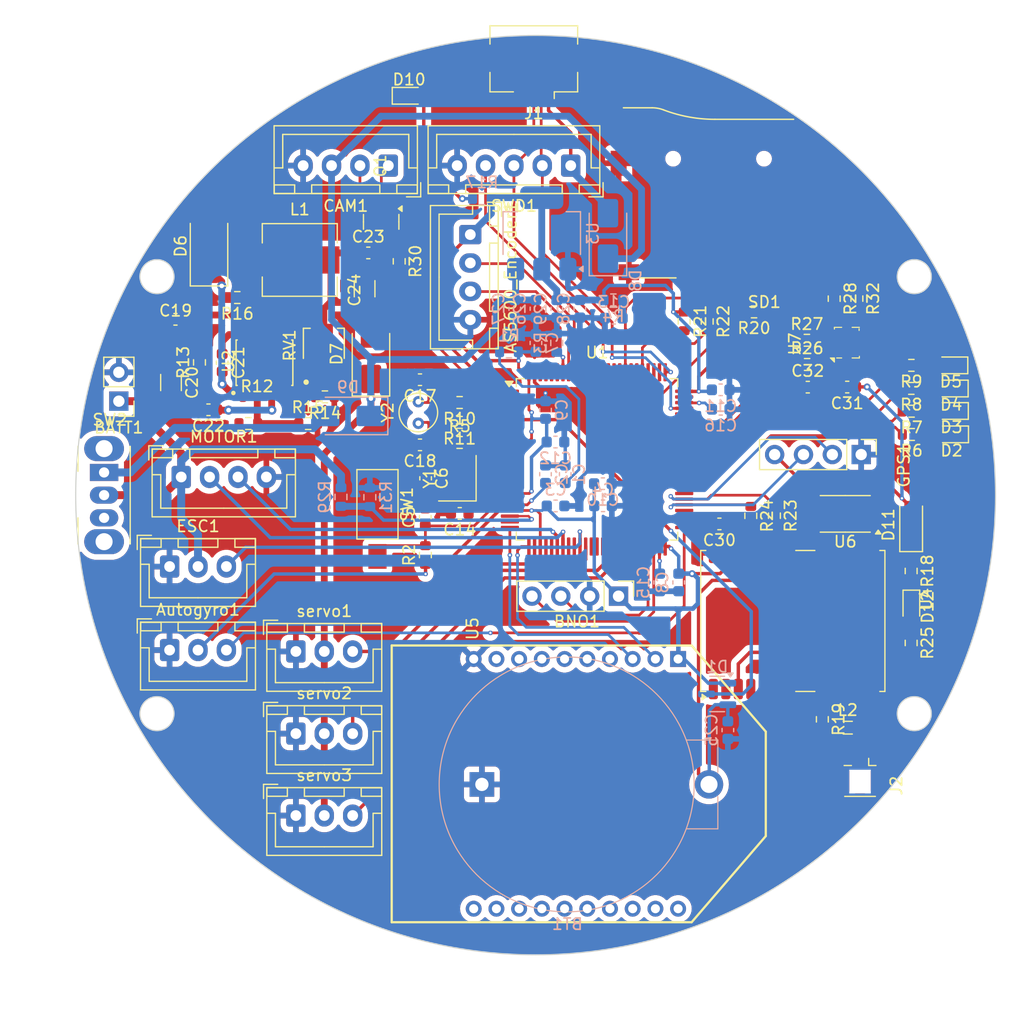
<source format=kicad_pcb>
(kicad_pcb (version 20240108) (generator "pcbnew") (generator_version "8.0")
  (title_block (title "CanSat Avionics - Auto Gyro Descender") (date "2024-11-21") (rev "1") (company "Bamantara EEPISAT") (comment 1 "#Bismillah_Juara_1") (comment 2 "#DOA_IBU"))
  (layers (0 "F.Cu" signal) (31 "B.Cu" signal) (34 "B.Paste" user) (35 "F.Paste" user) (36 "B.SilkS" user "B.Silkscreen") (37 "F.SilkS" user "F.Silkscreen") (38 "B.Mask" user) (39 "F.Mask" user) (44 "Edge.Cuts" user))
  (net 0 "")
  (net 1 "SDA2")
  (net 2 "+3V3")
  (net 3 "SCL2")
  (net 4 "+BATT")
  (net 5 "Autogyro")
  (net 6 "SDA1")
  (net 7 "SCL1")
  (net 8 "+3V0")
  (net 9 "/VREF+")
  (net 10 "Net-(U1-NRST)")
  (net 11 "Net-(C6-Pad1)")
  (net 12 "Net-(U1-PH1)")
  (net 13 "Net-(U1-VCAP_1)")
  (net 14 "Net-(U1-VCAP_2)")
  (net 15 "Net-(U2-BST)")
  (net 16 "Net-(D6-K)")
  (net 17 "Net-(U2-COMP)")
  (net 18 "Net-(D7-A)")
  (net 19 "+5V")
  (net 20 "Net-(CAM1-Pin_2)")
  (net 21 "Net-(CAM1-Pin_1)")
  (net 22 "/VBAT")
  (net 23 "Net-(D2-A)")
  (net 24 "Net-(D3-A)")
  (net 25 "Net-(D4-A)")
  (net 26 "Net-(D5-A)")
  (net 27 "+U5V")
  (net 28 "Net-(D10-A)")
  (net 29 "Net-(D11-K)")
  (net 30 "Net-(D12-A)")
  (net 31 "PWM1")
  (net 32 "TX3")
  (net 33 "RX3")
  (net 34 "SWDIO")
  (net 36 "SWCLK")
  (net 37 "Net-(J2-In)")
  (net 38 "Net-(L2-Pad1)")
  (net 39 "PWM5")
  (net 40 "PWM6")
  (net 41 "Net-(Q1-B)")
  (net 42 "Net-(U1-BOOT0)")
  (net 43 "Net-(U1-PH0)")
  (net 44 "/LED1")
  (net 45 "/LED2")
  (net 46 "/LED3")
  (net 47 "/LED4")
  (net 48 "Net-(U1-PC14)")
  (net 49 "Net-(U1-PC15)")
  (net 50 "Net-(U2-EN)")
  (net 51 "Net-(U2-FB)")
  (net 52 "Net-(U2-FREQ)")
  (net 53 "/Communication Data Handling/GPS_RESET")
  (net 54 "SDIO_D0")
  (net 55 "SDIO_CMD")
  (net 56 "SDIO_CK")
  (net 57 "Net-(U4-TXD{slash}SPI_MISO)")
  (net 58 "Net-(U4-RXD{slash}SPI_MOSI)")
  (net 59 "Net-(U4-TIMEPULSE)")
  (net 60 "Net-(U7-CSB)")
  (net 61 "SDA3")
  (net 62 "SCL3")
  (net 63 "VOLT")
  (net 64 "CAM")
  (net 65 "Net-(U7-SDO)")
  (net 70 "PWM2")
  (net 71 "PWM3")
  (net 72 "PWM4")
  (net 74 "SWO")
  (net 76 "RX2")
  (net 95 "unconnected-(U1-PA12-Pad71)")
  (net 107 "unconnected-(U1-PA11-Pad70)")
  (net 120 "TX2")
  (net 133 "/Communication Data Handling/GPS_SCL")
  (net 135 "/Communication Data Handling/GPS_SDA")
  (net 152 "GND")
  (net 153 "Net-(D9-A)")
  (net 154 "Net-(C13-Pad1)")
  (net 155 "Net-(C17-Pad1)")
  (net 156 "Net-(C18-Pad1)")
  (net 157 "Net-(C22-Pad2)")
  (footprint "LED_SMD:LED_0603_1608Metric" (layer "F.Cu") (at 179.2 113.17 -90)
    (property "Reference" "D12")
    (property "Value" "LED_GPS")
  )
  (footprint "LED_SMD:LED_0603_1608Metric" (layer "F.Cu") (at 182.7125 93.92 180)
    (property "Reference" "D4")
    (property "Value" "LED3")
  )
  (footprint "Connector_USB:USB_Micro-B_Amphenol_10104110_Horizontal" (layer "F.Cu") (at 145.9525 66.125 180)
    (property "Reference" "J1")
    (property "Value" "USB_B_Micro")
  )
  (footprint "Resistor_SMD:R_0603_1608Metric" (layer "F.Cu") (at 170.02 91.8025)
    (property "Reference" "R26")
    (property "Value" "10K")
  )
  (footprint "Inductor_SMD:L_0805_2012Metric" (layer "F.Cu") (at 173.5975 123.8)
    (property "Reference" "L2")
    (property "Value" "22uH")
  )
  (footprint "Capacitor_SMD:C_0603_1608Metric" (layer "F.Cu") (at 114.3975 87.825 180)
    (property "Reference" "C19")
    (property "Value" "100nF")
  )
  (footprint "Package_TO_SOT_SMD:SOT-23" (layer "F.Cu") (at 132.5125 79.2375 -90)
    (property "Reference" "Q1")
    (property "Value" "S9014")
  )
  (footprint "Capacitor_SMD:C_1206_3216Metric" (layer "F.Cu") (at 114.0043 93.3942 -90)
    (property "Reference" "C20")
    (property "Value" "10uF")
  )
  (footprint "Resistor_SMD:R_0603_1608Metric" (layer "F.Cu") (at 170 89.6725)
    (property "Reference" "R27")
    (property "Value" "10K")
  )
  (footprint "Capacitor_SMD:C_0603_1608Metric" (layer "F.Cu") (at 136.425 101.83 -90)
    (property "Reference" "C6")
    (property "Value" "20pF")
  )
  (footprint "Diode_SMD:D_SMA" (layer "F.Cu") (at 117.3525 81.375 90)
    (property "Reference" "D6")
    (property "Value" "SS34")
  )
  (footprint "Resistor_SMD:R_0603_1608Metric" (layer "F.Cu") (at 179.18 116.3375 -90)
    (property "Reference" "R25")
    (property "Value" "1K")
  )
  (footprint "Resistor_SMD:R_0603_1608Metric" (layer "F.Cu") (at 179.195 93.91 180)
    (property "Reference" "R8")
    (property "Value" "680")
  )
  (footprint "Resistor_SMD:R_0603_1608Metric" (layer "F.Cu") (at 165.06 105.135 -90)
    (property "Reference" "R24")
    (property "Value" "330")
  )
  (footprint "Connector_JST:JST_XH_B3B-XH-A_1x03_P2.50mm_Vertical" (layer "F.Cu") (at 113.8825 109.605)
    (property "Reference" "ESC1")
    (property "Value" "xx")
  )
  (footprint "Capacitor_SMD:C_0603_1608Metric" (layer "F.Cu") (at 118.5125 91.65 -90)
    (property "Reference" "C21")
    (property "Value" "100nF")
  )
  (footprint "Package_SO:TSSOP-8_4.4x3mm_P0.65mm" (layer "F.Cu") (at 173.3775 104.965 180)
    (property "Reference" "U6")
    (property "Value" "24LC32")
  )
  (footprint "RF_GPS:ublox_NEO" (layer "F.Cu") (at 168.76 114.4 90)
    (property "Reference" "U4")
    (property "Value" "NEO-M8M")
  )
  (footprint "Connector_JST:JST_XH_B5B-XH-A_1x05_P2.50mm_Vertical" (layer "F.Cu") (at 149.2025 74.285 180)
    (property "Reference" "SWD1")
    (property "Value" "~")
  )
  (footprint "Resistor_SMD:R_0603_1608Metric" (layer "F.Cu") (at 120.8125 97.005)
    (property "Reference" "R12")
    (property "Value" "100K")
  )
  (footprint "Button_Switch_THT:SW_Slide_SPDT_Angled_CK_OS102011MA1Q" (layer "F.Cu") (at 108.1125 101.315 -90)
    (property "Reference" "SW2")
    (property "Value" "SW_SPDT")
  )
  (footprint "Inductor_SMD:L_6.3x6.3_H3" (layer "F.Cu") (at 125.3425 82.595)
    (property "Reference" "L1")
    (property "Value" "4.7uH")
  )
  (footprint "Capacitor_SMD:C_0603_1608Metric" (layer "F.Cu") (at 139.43 104.925 180)
    (property "Reference" "C14")
    (property "Value" "20pF")
  )
  (footprint "Resistor_SMD:R_0603_1608Metric" (layer "F.Cu") (at 136.405 108.59 90)
    (property "Reference" "R2")
    (property "Value" "10K")
  )
  (footprint "Resistor_SMD:R_0603_1608Metric" (layer "F.Cu") (at 119.8425 85.905 180)
    (property "Reference" "R16")
    (property "Value" "100K")
  )
  (footprint "LED_SMD:LED_0603_1608Metric" (layer "F.Cu") (at 182.7425 97.96 180)
    (property "Reference" "D2")
    (property "Value" "LED1")
  )
  (footprint "Connector_PinHeader_2.54mm:PinHeader_1x04_P2.54mm_Vertical" (layer "F.Cu") (at 153.4125 112.215 -90)
    (property "Reference" "BNO1")
    (property "Value" "xx")
  )
  (footprint "Connector_JST:JST_XH_B3B-XH-A_1x03_P2.50mm_Vertical" (layer "F.Cu") (at 125.0025 131.542)
    (property "Reference" "servo3")
    (property "Value" "xx")
  )
  (footprint "TC33X-2-103E:TRIM_TC33X-2-103E" (layer "F.Cu") (at 127.4625 90.415 90)
    (property "Reference" "RV1")
    (property "Value" "200K")
  )
  (footprint "XBP9B-DPST-001:DIP2200W51P200L3294H279Q20P" (layer "F.Cu") (at 149.91 128.75 -90)
    (property "Reference" "U5")
    (property "Value" "XBP9B-DPST-001")
  )
  (footprint "Resistor_SMD:R_0603_1608Metric" (layer "F.Cu") (at 165.345 87.17 180)
    (property "Reference" "R20")
    (property "Value" "4K7")
  )
  (footprint "Capacitor_SMD:C_1206_3216Metric" (layer "F.Cu") (at 131.0525 85.13 90)
    (property "Reference" "C24")
    (property "Value" "10uF")
  )
  (footprint "Resistor_SMD:R_0603_1608Metric" (layer "F.Cu") (at 139.42 95.155 180)
    (property "Reference" "R10")
    (property "Value" "0")
  )
  (footprint "Resistor_SMD:R_0603_1608Metric" (layer "F.Cu") (at 159.19 88.005 -90)
    (property "Reference" "R21")
    (property "Value" "4K7")
  )
  (footprint "Crystal:Crystal_C38-LF_D3.0mm_L8.0mm_Vertical" (layer "F.Cu") (at 135.785 96.985 90)
    (property "Reference" "Y2")
    (property "Value" "32.768 KHz")
  )
  (footprint "Capacitor_SMD:C_0603_1608Metric" (layer "F.Cu") (at 162.295 105.85 180)
    (property "Reference" "C30")
    (property "Value" "100nF")
  )
  (footprint "Capacitor_SMD:C_0603_1608Metric" (layer "F.Cu") (at 170.0775 93.8)
    (property "Reference" "C32")
    (property "Value" "100nF")
  )
  (footprint "Connector_JST:JST_XH_B3B-XH-A_1x03_P2.50mm_Vertical" (layer "F.Cu") (at 125.0025 124.324)
    (property "Reference" "servo2")
    (property "Value" "xx")
  )
  (footprint "Resistor_SMD:R_0603_1608Metric" (layer "F.Cu") (at 127.5575 94.655 180)
    (property "Reference" "R14")
    (property "Value" "8.2K")
  )
  (footprint "Diode_SMD:D_SOD-123" (layer "F.Cu") (at 179.18 105.93 90)
    (property "Reference" "D11")
    (property "Value" "D")
  )
  (footprint "Resistor_SMD:R_0603_1608Metric" (layer "F.Cu") (at 139.42 98.675)
    (property "Reference" "R5")
    (property "Value" "0")
  )
  (footprint "ST-TF-003A:SUNTECH_ST-TF-003A" (layer "F.Cu") (at 162.5425 78.845 180)
    (property "Reference" "SD1")
    (property "Value" "SD CARD")
  )
  (footprint "Capacitor_SMD:C_0603_1608Metric" (layer "F.Cu") (at 135.93 98.885 180)
    (property "Reference" "C18")
    (property "Value" "6.8pF")
  )
  (footprint "Capacitor_SMD:C_0603_1608Metric" (layer "F.Cu") (at 173.55 93.7925 180)
    (property "Reference" "C31")
    (property "Value" "100nF")
  )
  (footprint "Connector_PinHeader_2.54mm:PinHeader_1x02_P2.54mm_Vertical" (layer "F.Cu") (at 109.4125 95.035 180)
    (property "Reference" "BATT1")
    (property "Value" "xx")
  )
  (footprint "Connector_PinHeader_2.54mm:PinHeader_1x04_P2.54mm_Vertical" (layer "F.Cu") (at 174.78 99.74 -90)
    (property "Reference" "GPS1")
    (property "Value" "xx")
  )
  (footprint "Button_Switch_SMD:SW_SPST_FSMSM" (layer "F.Cu") (at 132.185 104.125 -90)
    (property "Reference" "SW1")
    (property "Value" "SW_Push")
  )
  (footprint "Resistor_SMD:R_0603_1608Metric" (layer "F.Cu") (at 179.18 109.995 -90)
    (property "Reference" "R18")
    (property "Value" "1K")
  )
  (footprint "MP1584EN:SOIC127P600X170-9N" (layer "F.Cu") (at 122.2357 91.6458 90)
    (property "Reference" "U2")
    (property "Value" "MP1584EN")
  )
  (footprint "Connector_JST:JST_XH_B3B-XH-A_1x03_P2.50mm_Vertical" (layer "F.Cu") (at 125.0025 117.085)
    (property "Reference" "servo1")
    (property "Value" "xx")
  )
  (footprint "Connector_JST:JST_XH_B3B-XH-A_1x03_P2.50mm_Vertical" (layer "F.Cu") (at 113.8825 116.965)
    (property "Reference" "Autogyro1")
    (property "Value" "xx")
  )
  (footprint "Resistor_SMD:R_0603_1608Metric" (layer "F.Cu") (at 179.22 95.92 180)
    (property "Reference" "R7")
    (property "Value" "680")
  )
  (footprint "LED_SMD:LED_0603_1608Metric" (layer "F.Cu") (at 182.6825 91.88 180)
    (property "Reference" "D5")
    (property "Value" "LED4")
  )
  (footprint "Resistor_SMD:R_0603_1608Metric" (layer "F.Cu") (at 126.0825 97.005)
    (property "Reference" "R15")
    (property "Value" "100K")
  )
  (footprint "Connector_Coaxial:U.FL_Hirose_U.FL-R-SMT-1_Vertical" (layer "F.Cu") (at 174.68 128.02 -90)
    (property "Reference" "J2")
    (property "Value" "Conn_Coaxial")
  )
  (footprint "Resistor_SMD:R_0603_1608Metric" (layer "F.Cu") (at 134.1 82.715 -90)
    (property "Reference" "R30")
    (property "Value" "1k")
  )
  (footprint "Crystal:Crystal_SMD_3225-4Pin_3.2x2.5mm" (layer "F.Cu") (at 139.222 101.8268 90)
    (property "Reference" "Y1")
    (property "Value" "8 MHz")
  )
  (footprint "Resistor_SMD:R_0603_1608Metric" (layer "F.Cu") (at 174.4025 86 -90)
    (property "Reference" "R32")
    (property "Value" "10K")
  )
  (footprint "Resistor_SMD:R_0603_1608Metric" (layer "F.Cu") (at 161.22 88.015 -90)
    (property "Reference" "R22")
    (property "Value" "4K7")
  )
  (footprint "Resistor_SMD:R_0603_1608Metric" (layer "F.Cu") (at 179.2 91.88 180)
    (property "Reference" "R9")
    (property "Value" "680")
  )
  (footprint "Resistor_SMD:R_0603_1608Metric" (layer "F.Cu") (at 179.23 97.97 180)
    (property "Reference" "R6")
    (property "Value" "680")
  )
  (footprint "Connector_JST:JST_XH_B4B-XH-A_1x04_P2.50mm_Vertical" (layer "F.Cu") (at 133.1425 74.285 180)
    (property "Reference" "CAM1")
    (property "Value" "xx")
  )
  (footprint "LED_SMD:LED_0603_1608Metric" (layer "F.Cu") (at 134.9725 68.13)
    (property "Reference" "D10")
    (property "Value" "LED_PWR")
  )
  (footprint "Diode_SMD:D_SMA" (layer "F.Cu") (at 131.6125 91.075 90)
    (property "Reference" "D7")
    (property "Value" "SS34")
  )
  (footprint "LED_SMD:LED_0603_1608Metric" (layer "F.Cu") (at 182.7275 95.9 180)
    (property "Reference" "D3")
    (property "Value" "LED2")
  )
  (footprint "Connector_JST:JST_XH_B4B-XH-A_1x04_P2.50mm_Vertical" (layer "F.Cu") (at 140.36 80.36 -90)
    (property "Reference" "AS5600_Encoder1")
    (property "Value" "xx")
  )
  (footprint "Resistor_SMD:R_0603_1608Metric" (layer "F.Cu") (at 172.4025 86.005 -90)
    (property "Reference" "R28")
    (property "Value" "10K")
  )
  (footprint "Capacitor_SMD:C_0603_1608Metric" (layer "F.Cu") (at 135.93 93.145 180)
    (property "Reference" "C17")
    (property "Value" "6.8pF")
  )
  (footprint "Package_QFP:LQFP-100_14x14mm_P0.5mm" (layer "F.Cu") (at 151.52 100.165)
    (property "Reference" "U1")
    (property "Value" "STM32F407VGTx")
  )
  (footprint "Resistor_SMD:R_0603_1608Metric" (layer "F.Cu") (at 171.36 123.065 -90)
    (property "Reference" "R19")
    (property "Value" "22")
  )
  (footprint "Resistor_SMD:R_0603_1608Metric" (layer "F.Cu") (at 139.42 96.905 180)
    (property "Reference" "R11")
    (property "Value" "0")
  )
  (footprint "Capacitor_SMD:C_0603_1608Metric" (layer "F.Cu") (at 131.3775 81.975)
    (property "Reference" "C23")
    (property "Value" "100nF")
  )
  (footprint "Package_LGA:Bosch_LGA-8_2x2.5mm_P0.65mm_ClockwisePinNumbering" (layer "F.Cu") (at 173.5225 89.88 90)
    (property "Reference" "U7")
    (property "Value" "BMP280")
  )
  (footprint "Resistor_SMD:R_0603_1608Metric" (layer "F.Cu") (at 167.14 105.125 -90)
    (property "Reference" "R23")
    (property "Value" "330")
  )
  (footprint "Capacitor_SMD:C_0603_1608Metric" (layer "F.Cu") (at 136.395 105.25 90)
    (property "Reference" "C5")
    (property "Value" "100nF")
  )
  (footprint "Connector_JST:JST_XH_B4B-XH-A_1x04_P2.50mm_Vertical" (layer "F.Cu") (at 114.9025 101.715)
    (property "Reference" "MOTOR1")
    (property "Value" "xx")
  )
  (footprint "Capacitor_SMD:C_0603_1608Metric" (layer "F.Cu") (at 117.3025 95.795 180)
    (property "Reference" "C22")
    (property "Value" "100pF")
  )
  (footprint "Resistor_SMD:R_0603_1608Metric" (layer "F.Cu") (at 116.5125 91.62 90)
    (property "Reference" "R13")
    (property "Value" "100K")
  )
  (footprint "Capacitor_SMD:C_0603_1608Metric" (layer "B.Cu") (at 162.4054 94.0362)
    (property "Reference" "C11")
    (property "Value" "100nF")
  )
  (footprint "digikey-footprints:Battery_Holder_Coin_2032_BS-7" (layer "B.Cu") (at 141.38 128.8)
    (property "Reference" "BT1")
    (property "Value" "Battery_Cell")
  )
  (footprint "Capacitor_SMD:C_0603_1608Metric" (layer "B.Cu") (at 146.985 95.81 90)
    (property "Reference" "C9")
    (property "Value" "100nF")
  )
  (footprint "Resistor_SMD:R_0603_1608Metric" (layer "B.Cu") (at 131.5135 103.4985 90)
    (property "Reference" "R31")
    (property "Value" "33K")
  )
  (footprint "Package_TO_SOT_SMD:SOT-23" (layer "B.Cu") (at 162.0975 120.83 180)
    (property "Reference" "D1")
    (property "Value" "BAT54C")
  )
  (footprint "Capacitor_SMD:C_0603_1608Metric" (layer "B.Cu") (at 152.035 102.305)
    (property "Reference" "C10")
    (property "Value" "100nF")
  )
  (footprint "Capacitor_SMD:C_0603_1608Metric" (layer "B.Cu") (at 146.1409 86.893 -90)
    (property "Reference" "C26")
    (property "Value" "1uF")
  )
  (footprint "Capacitor_SMD:C_0603_1608Metric" (layer "B.Cu") (at 163.04 124.015 -90)
    (property "Reference" "C25")
    (property "Value" "1uF")
  )
  (footprint "Diode_SMD:D_SMA" (layer "B.Cu") (at 152.4825 80.475 90)
    (property "Reference" "D8")
    (property "Value" "SS34")
  )
  (footprint "Capacitor_SMD:C_0603_1608Metric" (layer "B.Cu") (at 146.98 101.47 90)
    (property "Reference" "C2")
    (property "Value" "100nF")
  )
  (footprint "Capacitor_SMD:C_0603_1608Metric" (layer "B.Cu") (at 147.86 98.635)
    (property "Reference" "C12")
    (property "Value" "100nF")
  )
  (footprint "Resistor_SMD:R_0603_1608Metric" (layer "B.Cu") (at 143.765 90.69 180)
    (property "Reference" "R1")
    (property "Value" "0")
  )
  (footprint "Resistor_SMD:R_0603_1608Metric" (layer "B.Cu") (at 147.97 89.905 -90)
    (property "Reference" "R3")
    (property "Value" "10K")
  )
  (footprint "Diode_SMD:D_SMA" (layer "B.Cu") (at 129.59 96.34 180)
    (property "Reference" "D9")
    (property "Value" "SS34")
  )
  (footprint "Capacitor_SMD:C_0603_1608Metric" (layer "B.Cu") (at 147.9763 86.899 -90)
    (property "Reference" "C29")
    (property "Value" "100nF")
  )
  (footprint "Capacitor_SMD:C_0603_1608Metric" (layer "B.Cu") (at 146.14 89.905 90)
    (property "Reference" "C7")
    (property "Value" "100nF")
  )
  (footprint "Resistor_SMD:R_0603_1608Metric" (layer "B.Cu") (at 128.9735 103.475 -90)
    (property "Reference" "R29")
    (property "Value" "51K")
  )
  (footprint "Capacitor_SMD:C_0603_1608Metric" (layer "B.Cu") (at 148.72 101.47 90)
    (property "Reference" "C1")
    (property "Value" "1uF")
  )
  (footprint "Resistor_SMD:R_0603_1608Metric" (layer "B.Cu") (at 152.9575 86.115)
    (property "Reference" "R4")
    (property "Value" "0")
  )
  (footprint "Resistor_SMD:R_0603_1608Metric" (layer "B.Cu") (at 141.3859 77.193 180)
    (property "Reference" "R17")
    (property "Value" "1K")
  )
  (footprint "Capacitor_SMD:C_0603_1608Metric" (layer "B.Cu") (at 144.2763 86.899 -90)
    (property "Reference" "C27")
    (property "Value" "100nF")
  )
  (footprint "Package_TO_SOT_SMD:SOT-223-3_TabPin2" (layer "B.Cu") (at 146.6525 80.255 90)
    (property "Reference" "U3")
    (property "Value" "AMS1117-3.3")
  )
  (footprint "Capacitor_SMD:C_0603_1608Metric" (layer "B.Cu") (at 157.04 111.005 -90)
    (property "Reference" "C15")
    (property "Value" "2.2uF")
  )
  (footprint "Capacitor_SMD:C_0603_1608Metric" (layer "B.Cu") (at 152.9975 87.725 180)
    (property "Reference" "C13")
    (property "Value" "100nF")
  )
  (footprint "Capacitor_SMD:C_0603_1608Metric" (layer "B.Cu") (at 150.0063 86.899 -90)
    (property "Reference" "C28")
    (property "Value" "1uF")
  )
  (footprint "Capacitor_SMD:C_0603_1608Metric" (layer "B.Cu") (at 158.71 111.005 -90)
    (property "Reference" "C8")
    (property "Value" "100nF")
  )
  (footprint "Capacitor_SMD:C_0603_1608Metric" (layer "B.Cu") (at 147.87 104.265 180)
    (property "Reference" "C3")
    (property "Value" "1uF")
  )
  (footprint "Capacitor_SMD:C_0603_1608Metric" (layer "B.Cu") (at 162.415 95.75)
    (property "Reference" "C16")
    (property "Value" "2.2uF")
  )
  (footprint "Capacitor_SMD:C_0603_1608Metric" (layer "B.Cu") (at 152.05 104.255 180)
    (property "Reference" "C4")
    (property "Value" "100nF")
  )
  (gr_circle (center 112.770522 84.065) (end 112.770522 82.565) (stroke (width 0.1)) (fill none) (layer "Edge.Cuts"))
  (gr_circle (center 179.454478 84.065) (end 179.454478 82.565) (stroke (width 0.1)) (fill none) (layer "Edge.Cuts"))
  (gr_circle (center 112.770522 122.565) (end 112.770522 121.065) (stroke (width 0.1)) (fill none) (layer "Edge.Cuts"))
  (gr_circle (center 179.454478 122.565) (end 179.454478 121.065) (stroke (width 0.1)) (fill none) (layer "Edge.Cuts"))
  (gr_circle (center 146.1125 103.315) (end 186.6125 103.315) (stroke (width 0.1)) (fill none) (layer "Edge.Cuts"))
  (segment (start 155.68 114.43) (end 156.5125 113.5975) (width 0.24) (layer "F.Cu") (net 1))
  (segment (start 148.0075 114.43) (end 155.68 114.43) (width 0.24) (layer "F.Cu") (net 1))
  (segment (start 156.5125 113.5975) (end 156.5125 107.8475) (width 0.24) (layer "F.Cu") (net 1))
  (segment (start 145.7925 112.215) (end 148.0075 114.43) (width 0.24) (layer "F.Cu") (net 1))
  (segment (start 156.5125 107.8475) (end 156.52 107.84) (width 0.24) (layer "F.Cu") (net 1))
  (segment (start 157.86 107.84) (end 157.52 107.84) (width 0.3) (layer "F.Cu") (net 2))
  (segment (start 162.3225 84.175) (end 162.3225 86.0875) (width 0.24) (layer "F.Cu") (net 2))
  (segment (start 162.86 108.4) (end 162.86 109.72) (width 0.3) (layer "F.Cu") (net 2))
  (segment (start 160.4772 94.175) (end 159.205 94.175) (width 0.3) (layer "F.Cu") (net 2))
  (segment (start 167.58 87.17) (end 169.57 85.18) (width 0.3) (layer "F.Cu") (net 2))
  (segment (start 169.195 93.6925) (end 169.3025 93.8) (width 0.3) (layer "F.Cu") (net 2))
  (segment (start 179.06 104.28) (end 178.37 103.59) (width 0.3) (layer "F.Cu") (net 2))
  (segment (start 142.895 104.665) (end 143.845 104.665) (width 0.3) (layer "F.Cu") (net 2))
  (segment (start 172.4025 85.18) (end 172.4025 84.3275) (width 0.3) (layer "F.Cu") (net 2))
  (segment (start 169.57 85.18) (end 172.4025 85.18) (width 0.3) (layer "F.Cu") (net 2))
  (segment (start 144.61 91.47) (end 140.94 91.47) (width 0.3) (layer "F.Cu") (net 2))
  (segment (start 145.76 96.03) (end 145.52 95.79) (width 0.24) (layer "F.Cu") (net 2))
  (segment (start 145.755 104.665) (end 143.845 104.665) (width 0.24) (layer "F.Cu") (net 2))
  (segment (start 172.64 105.94) (end 173.29 105.29) (width 0.3) (layer "F.Cu") (net 2))
  (segment (start 163.07 105.85) (end 162.86 106.06) (width 0.3) (layer "F.Cu") (net 2))
  (segment (start 172.4025 84.3275) (end 172.99 83.74) (width 0.3) (layer "F.Cu") (net 2))
  (segment (start 166.17 87.17) (end 160.48 92.86) (width 0.3) (layer "F.Cu") (net 2))
  (segment (start 136.42 110.26) (end 136.42 109.43) (width 0.3) (layer "F.Cu") (net 2))
  (segment (start 173.29 102.52) (end 173.05 102.28) (width 0.3) (layer "F.Cu") (net 2))
  (segment (start 175.99 83.74) (end 176.49 84.24) (width 0.3) (layer "F.Cu") (net 2))
  (segment (start 161.21 87.18) (end 161.22 87.19) (width 0.3) (layer "F.Cu") (net 2))
  (segment (start 169.175 89.6725) (end 169.175 91.7825) (width 0.3) (layer "F.Cu") (net 2))
  (segment (start 176.285 89.555) (end 176.49 89.76) (width 0.3) (layer "F.Cu") (net 2))
  (segment (start 174.325 90.8575) (end 174.3225 90.855) (width 0.3) (layer "F.Cu") (net 2))
  (segment (start 145.75 102.97) (end 145.55 103.17) (width 0.24) (layer "F.Cu") (net 2))
  (segment (start 176.49 84.24) (end 176.49 89.77) (width 0.3) (layer "F.Cu") (net 2))
  (segment (start 145.55 103.17) (end 145.545 103.165) (width 0.24) (layer "F.Cu") (net 2))
  (segment (start 160.48 92.86) (end 160.48 94.169) (width 0.3) (layer "F.Cu") (net 2))
  (segment (start 138.145 109.415) (end 142.895 104.665) (width 0.3) (layer "F.Cu") (net 2))
  (segment (start 138.25 82.47) (end 140.36 80.36) (width 0.3) (layer "F.Cu") (net 2))
  (segment (start 136.405 109.415) (end 138.145 109.415) (width 0.3) (layer "F.Cu") (net 2))
  (segment (start 145.545 103.165) (end 143.845 103.165) (width 0.24) (layer "F.Cu") (net 2))
  (segment (start 144.925 99.165) (end 143.845 99.165) (width 0.24) (layer "F.Cu") (net 2))
  (segment (start 158.04 108.02) (end 157.86 107.84) (width 0.3) (layer "F.Cu") (net 2))
  (segment (start 138.25 88.78) (end 138.25 82.47) (width 0.3) (layer "F.Cu") (net 2))
  (segment (start 169.195 91.8025) (end 169.195 93.6925) (width 0.3) (layer "F.Cu") (net 2))
  (segment (start 169.175 91.7825) (end 169.195 91.8025) (width 0.3) (layer "F.Cu") (net 2))
  (segment (start 173.32 102.28) (end 173.05 102.28) (width 0.3) (layer "F.Cu") (net 2))
  (segment (start 169.3025 94.6725) (end 169.59 94.96) (width 0.3) (layer "F.Cu") (net 2))
  (segment (start 162.35 110.23) (end 159.89 110.23) (width 0.3) (layer "F.Cu") (net 2))
  (segment (start 136.42 109.43) (end 136.405 109.415) (width 0.3) (layer "F.Cu") (net 2))
  (segment (start 146.22 104.67) (end 145.76 104.67) (width 0.24) (layer "F.Cu") (net 2))
  (segment (start 176.055 90.855) (end 174.3225 90.855) (width 0.3) (layer "F.Cu") (net 2))
  (segment (start 140.94 91.47) (end 138.25 88.78) (width 0.3) (layer "F.Cu") (net 2))
  (segment (start 145.52 95.79) (end 145.52 92.49) (width 0.24) (layer "F.Cu") (net 2))
  (segment (start 144.99 92.49) (end 145.52 92.49) (width 0.24) (layer "F.Cu") (net 2))
  (segment (start 162.86 109.72) (end 162.35 110.23) (width 0.3) (layer "F.Cu") (net 2))
  (segment (start 176.49 89.76) (end 176.49 89.77) (width 0.3) (layer "F.Cu") (net 2))
  (segment (start 144.61 91.47) (end 144.61 92.11) (width 0.24) (layer "F.Cu") (net 2))
  (segment (start 173.05 102.28) (end 169.7 102.28) (width 0.3) (layer "F.Cu") (net 2))
  (segment (start 166.17 87.17) (end 167.58 87.17) (width 0.3) (layer "F.Cu") (net 2))
  (segment (start 162.86 106.06) (end 162.86 108.4) (width 0.3) (layer "F.Cu") (net 2))
  (segment (start 169.3025 93.8) (end 169.3025 94.6725) (width 0.3) (layer "F.Cu") (net 2))
  (segment (start 174.325 94.605) (end 174.325 93.7925) (width 0.3) (layer "F.Cu") (net 2))
  (segment (start 174.3375 93.78) (end 174.325 93.7925) (width 0.3) (layer "F.Cu") (net 2))
  (segment (start 172.99 83.74) (end 175.99 83.74) (width 0.3) (layer "F.Cu") (net 2))
  (segment (start 145.755 97.71) (end 145.755 98.335) (width 0.24) (layer "F.Cu") (net 2))
  (segment (start 178.37 103.58) (end 178.37 103.59) (width 0.3) (layer "F.Cu") (net 2))
  (segment (start 158.25 87.18) (end 159.19 87.18) (width 0.3) (layer "F.Cu") (net 2))
  (segment (start 145.755 98.335) (end 144.925 99.165) (width 0.24) (layer "F.Cu") (net 2))
  (segment (start 175.3 93.78) (end 174.3375 93.78) (width 0.3) (layer "F.Cu") (net 2))
  (segment (start 160.48 94.169) (end 160.4816 94.1706) (width 0.3) (layer "F.Cu") (net 2))
  (segment (start 169.59 94.96) (end 173.97 94.96) (width 0.3) (layer "F.Cu") (net 2))
  (segment (start 179.18 104.28) (end 179.06 104.28) (width 0.3) (layer "F.Cu") (net 2))
  (segment (start 145.76 104.67) (end 145.755 104.665) (width 0.24) (layer "F.Cu") (net 2))
  (segment (start 173.53 102.28) (end 173.32 102.28) (width 0.3) (layer "F.Cu") (net 2))
  (segment (start 176.49 89.35) (end 176.285 89.555) (width 0.3) (layer "F.Cu") (net 2))
  (segment (start 173.97 94.96) (end 174.325 94.605) (width 0.3) (layer "F.Cu") (net 2))
  (segment (start 169.7 102.28) (end 167.16 99.74) (width 0.3) (layer "F.Cu") (net 2))
  (segment (start 170.515 105.94) (end 172.64 105.94) (width 0.3) (layer "F.Cu") (net 2))
  (segment (start 173.29 102.31) (end 173.32 102.28) (width 0.3) (layer "F.Cu") (net 2))
  (segment (start 146.52 107.84) (end 146.52 104.97) (width 0.24) (layer "F.Cu") (net 2))
  (segment (start 174.325 93.7925) (end 174.325 90.8575) (width 0.3) (layer "F.Cu") (net 2))
  (segment (start 173.29 105.29) (end 173.29 102.52) (width 0.3) (layer "F.Cu") (net 2))
  (segment (start 144.61 92.11) (end 144.99 92.49) (width 0.24) (layer "F.Cu") (net 2))
  (segment (start 158.24 87.17) (end 158.25 87.18) (width 0.3) (layer "F.Cu") (net 2))
  (segment (start 177.07 102.28) (end 173.53 102.28) (width 0.3) (layer "F.Cu") (net 2))
  (segment (start 176.49 90.42) (end 176.055 90.855) (width 0.3) (layer "F.Cu") (net 2))
  (segment (start 173.29 102.52) (end 173.29 102.31) (width 0.3) (layer "F.Cu") (net 2))
  (segment (start 162.3225 86.0875) (end 161.22 87.19) (width 0.24) (layer "F.Cu") (net 2))
  (segment (start 146.52 104.97) (end 146.22 104.67) (width 0.24) (layer "F.Cu") (net 2))
  (segment (start 159.19 87.18) (end 161.21 87.18) (width 0.3) (layer "F.Cu") (net 2))
  (segment (start 176.49 89.77) (end 176.49 90.42) (width 0.3) (layer "F.Cu") (net 2))
  (segment (start 176.285 89.555) (end 174.3225 89.555) (width 0.3) (layer "F.Cu") (net 2))
  (segment (start 173.29 102.52) (end 173.53 102.28) (width 0.3) (layer "F.Cu") (net 2))
  (segment (start 177.07 102.28) (end 178.37 103.58) (width 0.3) (layer "F.Cu") (net 2))
  (via (at 178.37 103.59) (size 0.4) (drill 0.2) (layers "F.Cu" "B.Cu") (net 2))
  (via (at 175.3 93.78) (size 0.6) (drill 0.3) (layers "F.Cu" "B.Cu") (net 2))
  (via (at 158.24 87.17) (size 0.4) (drill 0.2) (layers "F.Cu" "B.Cu") (net 2))
  (via (at 145.75 102.97) (size 0.4) (drill 0.2) (layers "F.Cu" "B.Cu") (net 2))
  (via (at 145.76 104.67) (size 0.4) (drill 0.2) (layers "F.Cu" "B.Cu") (net 2))
  (via (at 159.89 110.23) (size 0.6) (drill 0.3) (layers "F.Cu" "B.Cu") (net 2))
  (via (at 145.755 97.71) (size 0.4) (drill 0.2) (layers "F.Cu" "B.Cu") (net 2))
  (via (at 158.04 108.02) (size 0.4) (drill 0.2) (layers "F.Cu" "B.Cu") (net 2))
  (via (at 160.4816 94.1706) (size 0.4) (drill 0.2) (layers "F.Cu" "B.Cu") (net 2))
  (via (at 136.42 110.26) (size 0.4) (drill 0.2) (layers "F.Cu" "B.Cu") (net 2))
  (via (at 145.76 96.03) (size 0.4) (drill 0.2) (layers "F.Cu" "B.Cu") (net 2))
  (via (at 144.61 91.47) (size 0.4) (drill 0.2) (layers "F.Cu" "B.Cu") (net 2))
  (segment (start 150.0063 86.124) (end 152.1235 86.124) (width 0.6) (layer "B.Cu") (net 2))
  (segment (start 152.1325 85.2775) (end 152.1325 86.115) (width 0.3) (layer "B.Cu") (net 2))
  (segment (start 158.24 85.54) (end 157.54 84.84) (width 0.3) (layer "B.Cu") (net 2))
  (segment (start 158.94 113.31) (end 158.6825 113.5675) (width 0.4) (layer "B.Cu") (net 2))
  (segment (start 161.496 94.1706) (end 161.6304 94.0362) (width 0.3) (layer "B.Cu") (net 2))
  (segment (start 151.275 104.255) (end 151.275 102.32) (width 0.3) (layer "B.Cu") (net 2))
  (segment (start 145.75 102.97) (end 145.75 99.97) (width 0.3) (layer "B.Cu") (net 2))
  (segment (start 147.9763 85.2588) (end 147.9763 86.124) (width 0.6) (layer "B.Cu") (net 2))
  (segment (start 151.275 105.67) (end 151.275 110.0775) (width 0.3) (layer "B.Cu") (net 2))
  (segment (start 151.275 110.0775) (end 153.4125 112.215) (width 0.3) (layer "B.Cu") (net 2))
  (segment (start 151.275 105.665) (end 151.275 105.67) (width 0.3) (layer "B.Cu") (net 2))
  (segment (start 151.275 102.32) (end 151.26 102.305) (width 0.3) (layer "B.Cu") (net 2))
  (segment (start 146.6525 83.405) (end 146.6525 83.935) (width 0.6) (layer "B.Cu") (net 2))
  (segment (start 158.24 87.17) (end 160.4816 89.4116) (width 0.3) (layer "B.Cu") (net 2))
  (segment (start 160.41 110.66) (end 160.41 112.86) (width 0.4) (layer "B.Cu") (net 2))
  (segment (start 145.76 104.67) (end 146.69 104.67) (width 0.24) (layer "B.Cu") (net 2))
  (segment (start 160.41 112.86) (end 159.96 113.31) (width 0.4) (layer "B.Cu") (net 2))
  (segment (start 178.37 103.59) (end 178.37 96.85) (width 0.3) (layer "B.Cu") (net 2))
  (segment (start 142.2989 77.105) (end 142.2109 77.193) (width 0.6) (layer "B.Cu") (net 2))
  (segment (start 159.96 113.31) (end 158.43 113.31) (width 0.4) (layer "B.Cu") (net 2))
  (segment (start 161.3175 119.88) (end 158.6825 117.245) (width 0.3) (layer "B.Cu") (net 2))
  (segment (start 158.43 113.31) (end 154.5075 113.31) (width 0.4) (layer "B.Cu") (net 2))
  (segment (start 158.71 110.23) (end 159.89 110.23) (width 0.4) (layer "B.Cu") (net 2))
  (segment (start 146.6525 77.105) (end 142.2989 77.105) (width 0.6) (layer "B.Cu") (net 2))
  (segment (start 145.755 96.43) (end 145.755 96.42) (width 0.24) (layer "B.Cu") (net 2))
  (segment (start 144.61 90.71) (end 144.59 90.69) (width 0.24) (layer "B.Cu") (net 2))
  (segment (start 152.57 84.84) (end 152.1325 85.2775) (width 0.3) (layer "B.Cu") (net 2))
  (segment (start 147.095 104.445) (end 147.095 104.265) (width 0.3) (layer "B.Cu") (net 2))
  (segment (start 157.54 84.84) (end 152.57 84.84) (width 0.3) (layer "B.Cu") (net 2))
  (segment (start 146.985 96.585) (end 145.91 96.585) (width 0.24) (layer "B.Cu") (net 2))
  (segment (start 147.085 98.635) (end 147.085 96.685) (width 0.3) (layer "B.Cu") (net 2))
  (segment (start 160.4816 89.4116) (end 160.4816 94.1706) (width 0.3) (layer "B.Cu") (net 2))
  (segment (start 151.05 105.44) (end 151.275 105.665) (width 0.3) (layer "B.Cu") (net 2))
  (segment (start 151.275 104.255) (end 151.275 105.215) (width 0.3) (layer "B.Cu") (net 2))
  (segment (start 145.755 96.035) (end 145.76 96.03) (width 0.24) (layer "B.Cu") (net 2))
  (segment (start 144.59 90.69) (end 146.12 90.69) (width 0.3) (layer "B.Cu") (net 2))
  (segment (start 142.2109 78.5091) (end 140.36 80.36) (width 0.6) (layer "B.Cu") (net 2))
  (segment (start 158.71 110.23) (end 158.71 108.69) (width 0.3) (layer "B.Cu") (net 2))
  (segment (start 163.035 119.88) (end 161.3175 119.88) (width 0.3) (layer "B.Cu") (net 2))
  (segment (start 151.275 105.215) (end 151.05 105.44) (width 0.3) (layer "B.Cu") (net 2))
  (segment (start 146.6525 83.405) (end 146.6525 77.105) (width 0.6) (layer "B.Cu") (net 2))
  (segment (start 145.755 96.74) (end 145.755 96.42) (width 0.24) (layer "B.Cu") (net 2))
  (segment (start 145.91 96.585) (end 145.755 96.74) (width 0.24) (layer "B.Cu") (net 2))
  (segment (start 145.755 96.42) (end 145.755 96.035) (width 0.24) (layer "B.Cu") (net 2))
  (segment (start 159.98 110.23) (end 160.41 110.66) (width 0.4) (layer "B.Cu") (net 2))
  (segment (start 116.3825 116.965) (end 123.0875 110.26) (width 0.3) (layer "B.Cu") (net 2))
  (segment (start 158.6825 113.5675) (end 158.6825 117.245) (width 0.4) (layer "B.Cu") (net 2))
  (segment (start 148.09 105.44) (end 147.095 104.445) (width 0.3) (layer "B.Cu") (net 2))
  (segment (start 158.24 87.17) (end 158.24 85.54) (width 0.3) (layer "B.Cu") (net 2))
  (segment (start 145.91 96.585) (end 145.755 96.43) (width 0.24) (layer "B.Cu") (net 2))
  (segment (start 123.0875 110.26) (end 136.42 110.26) (width 0.3) (layer "B.Cu") (net 2))
  (segment (start 142.2109 77.193) (end 142.2109 78.5091) (width 0.6) (layer "B.Cu") (net 2))
  (segment (start 145.755 97.71) (end 145.755 96.74) (width 0.24) (layer "B.Cu") (net 2))
  (segment (start 144.61 91.47) (end 144.61 90.71) (width 0.3) (layer "B.Cu") (net 2))
  (segment (start 160.4816 94.1706) (end 161.496 94.1706) (width 0.3) (layer "B.Cu") (net 2))
  (segment (start 146.6525 83.935) (end 147.9763 85.2588) (width 0.6) (layer "B.Cu") (net 2))
  (segment (start 151.275 104.255) (end 151.275 105.67) (width 0.3) (layer "B.Cu") (net 2))
  (segment (start 151.05 105.44) (end 148.09 105.44) (width 0.3) (layer "B.Cu") (net 2))
  (segment (start 147.9763 86.124) (end 150.0063 86.124) (width 0.6) (layer "B.Cu") (net 2))
  (segment (start 178.37 96.85) (end 175.3 93.78) (width 0.3) (layer "B.Cu") (net 2))
  (segment (start 145.75 99.97) (end 147.085 98.635) (width 0.3) (layer "B.Cu") (net 2))
  (segment (start 147.085 96.685) (end 146.985 96.585) (width 0.3) (layer "B.Cu") (net 2))
  (segment (start 158.71 108.69) (end 158.04 108.02) (width 0.3) (layer "B.Cu") (net 2))
  (segment (start 158.6825 113.5675) (end 158.43 113.315) (width 0.4) (layer "B.Cu") (net 2))
  (segment (start 159.89 110.23) (end 159.98 110.23) (width 0.4) (layer "B.Cu") (net 2))
  (segment (start 154.5075 113.31) (end 153.4125 112.215) (width 0.4) (layer "B.Cu") (net 2))
  (segment (start 152.1235 86.124) (end 152.1325 86.115) (width 0.6) (layer "B.Cu") (net 2))
  (segment (start 146.69 104.67) (end 147.095 104.265) (width 0.24) (layer "B.Cu") (net 2))
  (segment (start 156.0125 113.1075) (end 156.0125 107.8475) (width 0.24) (layer "F.Cu") (net 3))
  (segment (start 155.24 113.88) (end 156.0125 113.1075) (width 0.24) (layer "F.Cu") (net 3))
  (segment (start 149.9975 113.88) (end 155.24 113.88) (width 0.24) (layer "F.Cu") (net 3))
  (segment (start 156.0125 107.8475) (end 156.02 107.84) (width 0.24) (layer "F.Cu") (net 3))
  (segment (start 148.3325 112.215) (end 149.9975 113.88) (width 0.24) (layer "F.Cu") (net 3))
  (segment (start 113.3025 103.315) (end 108.1125 103.315) (width 0.7) (layer "F.Cu") (net 4))
  (segment (start 114.9025 101.715) (end 113.3025 103.315) (width 0.7) (layer "F.Cu") (net 4))
  (segment (start 113.8825 102.735) (end 114.9025 101.715) (width 0.7) (layer "F.Cu") (net 4))
  (segment (start 111.2825 95.035) (end 111.7525 95.505) (width 0.7) (layer "F.Cu") (net 4))
  (segment (start 115.1725 87.825) (end 115.5525 87.445) (width 0.6) (layer "F.Cu") (net 4))
  (segment (start 109.4125 95.035) (end 111.2825 95.035) (width 0.7) (layer "F.Cu") (net 4))
  (segment (start 112.4583 91.9192) (end 112.7825 91.9192) (width 0.7) (layer "F.Cu") (net 4))
  (segment (start 114.0043 90.4032) (end 114.0043 91.9192) (width 0.7) (layer "F.Cu") (net 4))
  (segment (start 121.0925 87.445) (end 121.6007 87.9532) (width 0.6) (layer "F.Cu") (net 4))
  (segment (start 115.1625 89.245) (end 114.0043 90.4032) (width 0.7) (layer "F.Cu") (net 4))
  (segment (start 111.7525 95.899) (end 111.7525 96.465) (width 0.7) (layer "F.Cu") (net 4))
  (segment (start 112.7825 91.9192) (end 114.0043 91.9192) (width 0.7) (layer "F.Cu") (net 4))
  (segment (start 114.9025 99.615) (end 114.9025 101.715) (width 0.7) (layer "F.Cu") (net 4))
  (segment (start 111.7525 92.625) (end 112.4583 91.9192) (width 0.7) (layer "F.Cu") (net 4))
  (segment (start 115.5525 87.445) (end 121.0925 87.445) (width 0.6) (layer "F.Cu") (net 4))
  (segment (start 111.7525 94.171) (end 111.7525 95.899) (width 0.7) (layer "F.Cu") (net 4))
  (segment (start 121.6007 87.9532) (end 121.6007 89.1708) (width 0.6) (layer "F.Cu") (net 4))
  (segment (start 111.7525 95.505) (end 111.7525 95.899) (width 0.7) (layer "F.Cu") (net 4))
  (segment (start 111.7525 94.171) (end 111.7525 92.625) (width 0.7) (layer "F.Cu") (net 4))
  (segment (start 111.7525 94.565) (end 111.7525 94.171) (width 0.7) (layer "F.Cu") (net 4))
  (segment (start 111.7525 96.465) (end 114.9025 99.615) (width 0.7) (layer "F.Cu") (net 4))
  (segment (start 115.1625 87.835) (end 115.1625 89.245) (width 0.7) (layer "F.Cu") (net 4))
  (segment (start 115.1725 87.825) (end 115.1625 87.835) (width 0.7) (layer "F.Cu") (net 4))
  (segment (start 111.2825 95.035) (end 111.7525 94.565) (width 0.7) (layer "F.Cu") (net 4))
  (segment (start 114.9025 105.3225) (end 116.3825 106.8025) (width 0.7) (layer "B.Cu") (net 4))
  (segment (start 116.3825 106.8025) (end 116.3825 109.605) (width 0.7) (layer "B.Cu") (net 4))
  (segment (start 114.9025 100.3075) (end 115.93 99.28) (width 0.7) (layer "B.Cu") (net 4))
  (segment (start 128.9735 101.5735) (end 128.9735 102.65) (width 0.7) (layer "B.Cu") (net 4))
  (segment (start 114.9025 101.715) (end 114.9025 100.3075) (width 0.7) (layer "B.Cu") (net 4))
  (segment (start 115.93 99.28) (end 126.68 99.28) (width 0.7) (layer "B.Cu") (net 4))
  (segment (start 114.9025 101.715) (end 114.9025 105.3225) (width 0.7) (layer "B.Cu") (net 4))
  (segment (start 126.68 99.28) (end 128.9735 101.5735) (width 0.7) (layer "B.Cu") (net 4))
  (segment (start 159.195 113.085) (end 159.195 106.165) (width 0.24) (layer "F.Cu") (net 5))
  (segment (start 142.13 115.45) (end 155.179016 115.45) (width 0.24) (layer "F.Cu") (net 5))
  (segment (start 156.79 115.49) (end 159.195 113.085) (width 0.24) (layer "F.Cu") (net 5))
  (segment (start 155.179016 115.45) (end 155.219016 115.49) (width 0.24) (layer "F.Cu") (net 5))
  (segment (start 155.219016 115.49) (end 156.79 115.49) (width 0.24) (layer "F.Cu") (net 5))
  (via (at 142.13 115.45) (size 0.4) (drill 0.2) (layers "F.Cu" "B.Cu") (net 5))
  (segment (start 142.13 115.45) (end 120.3975 115.45) (width 0.24) (layer "B.Cu") (net 5))
  (segment (start 120.3975 115.45) (end 118.8825 116.965) (width 0.24) (layer "B.Cu") (net 5))
  (segment (start 140.36 85.36) (end 140.38 85.38) (width 0.24) (layer "F.Cu") (net 6))
  (segment (start 140.38 85.38) (end 146.13 85.38) (width 0.24) (layer "F.Cu") (net 6))
  (segment (start 146.13 85.38) (end 149.02 88.27) (width 0.24) (layer "F.Cu") (net 6))
  (segment (start 149.02 88.27) (end 149.02 92.49) (width 0.24) (layer "F.Cu") (net 6))
  (segment (start 140.36 82.86) (end 140.42 82.92) (width 0.24) (layer "F.Cu") (net 7))
  (segment (start 140.42 82.92) (end 144.5075 82.92) (width 0.24) (layer "F.Cu") (net 7))
  (segment (start 149.5125 87.925) (end 149.5125 92.4825) (width 0.24) (layer "F.Cu") (net 7))
  (segment (start 144.5075 82.92) (end 149.5125 87.925) (width 0.24) (layer "F.Cu") (net 7))
  (segment (start 149.5125 92.4825) (end 149.52 92.49) (width 0.24) (layer "F.Cu") (net 7))
  (segment (start 164.14 110.82) (end 179.18 110.82) (width 0.3) (layer "F.Cu") (net 8))
  (segment (start 160.46 127.88) (end 161.38 128.8) (width 0.3) (layer "F.Cu") (net 8))
  (segment (start 163.96 110.64) (end 164.14 110.82) (width 0.3) (layer "F.Cu") (net 8))
  (segment (start 161.67 110.82) (end 160.46 112.03) (width 0.3) (layer "F.Cu") (net 8))
  (segment (start 164.14 110.82) (end 163.77 110.82) (width 0.3) (layer "F.Cu") (net 8))
  (segment (start 163.96 110.64) (end 163.78 110.82) (width 0.3) (layer "F.Cu") (net 8))
  (segment (start 163.77 110.82) (end 161.67 110.82) (width 0.3) (layer "F.Cu") (net 8))
  (segment (start 163.78 110.82) (end 163.77 110.82) (width 0.3) (layer "F.Cu") (net 8))
  (segment (start 160.46 112.03) (end 160.46 127.88) (width 0.3) (layer "F.Cu") (net 8))
  (segment (start 163.96 108.4) (end 163.96 110.64) (width 0.3) (layer "F.Cu") (net 8))
  (segment (start 161.91 121.78) (end 163.035 121.78) (width 0.3) (layer "B.Cu") (net 8))
  (segment (start 161.38 128.8) (end 161.4025 128.7775) (width 0.3) (layer "B.Cu") (net 8))
  (segment (start 163.04 123.24) (end 163.04 121.785) (width 0.3) (layer "B.Cu") (net 8))
  (segment (start 161.4025 122.2875) (end 161.91 121.78) (width 0.3) (layer "B.Cu") (net 8))
  (segment (start 163.04 121.785) (end 163.035 121.78) (width 0.3) (layer "B.Cu") (net 8))
  (segment (start 161.4025 128.7775) (end 161.4025 122.2875) (width 0.3) (layer "B.Cu") (net 8))
  (segment (start 145.37976 104.165) (end 145.74988 103.79488) (width 0.24) (layer "F.Cu") (net 9))
  (segment (start 143.845 104.165) (end 145.37976 104.165) (width 0.24) (layer "F.Cu") (net 9))
  (via (at 145.74988 103.79488) (size 0.4) (drill 0.2) (layers "F.Cu" "B.Cu") (net 9))
  (segment (start 142.94 91.74) (end 144.94 93.74) (width 0.24) (layer "B.Cu") (net 9))
  (segment (start 149.92 94.85) (end 149.92 101.07) (width 0.24) (layer "B.Cu") (net 9))
  (segment (start 145.765 103.795) (end 146.98 102.58) (width 0.24) (layer "B.Cu") (net 9))
  (segment (start 142.94 90.69) (end 142.94 91.74) (width 0.24) (layer "B.Cu") (net 9))
  (segment (start 146.98 102.58) (end 146.98 102.245) (width 0.24) (layer "B.Cu") (net 9))
  (segment (start 149.92 101.07) (end 148.745 102.245) (width 0.24) (layer "B.Cu") (net 9))
  (segment (start 148.81 93.74) (end 149.92 94.85) (width 0.24) (layer "B.Cu") (net 9))
  (segment (start 148.745 102.245) (end 148.72 102.245) (width 0.24) (layer "B.Cu") (net 9))
  (segment (start 144.94 93.74) (end 148.81 93.74) (width 0.24) (layer "B.Cu") (net 9))
  (segment (start 136.405 106.035) (end 136.395 106.025) (width 0.24) (layer "F.Cu") (net 10))
  (segment (start 142.465 100.665) (end 143.845 100.665) (width 0.24) (layer "F.Cu") (net 10))
  (segment (start 142.145 104.585) (end 142.145 100.985) (width 0.24) (layer "F.Cu") (net 10))
  (segment (start 132.245 107.765) (end 132.185 107.825) (width 0.24) (layer "F.Cu") (net 10))
  (segment (start 132.185 107.825) (end 132.185 108.715) (width 0.24) (layer "F.Cu") (net 10))
  (segment (start 142.145 100.985) (end 142.465 100.665) (width 0.24) (layer "F.Cu") (net 10))
  (segment (start 136.405 107.765) (end 132.245 107.765) (width 0.24) (layer "F.Cu") (net 10))
  (segment (start 140.705 106.025) (end 142.145 104.585) (width 0.24) (layer "F.Cu") (net 10))
  (segment (start 136.395 106.025) (end 140.705 106.025) (width 0.24) (layer "F.Cu") (net 10))
  (segment (start 136.405 107.765) (end 136.405 106.035) (width 0.24) (layer "F.Cu") (net 10))
  (segment (start 138.372 100.7268) (end 136.9632 100.7268) (width 0.24) (layer "F.Cu") (net 11))
  (segment (start 136.9632 100.7268) (end 136.655 101.035) (width 0.24) (layer "F.Cu") (net 11))
  (segment (start 138.372 100.7268) (end 138.372 98.898) (width 0.24) (layer "F.Cu") (net 11))
  (segment (start 138.372 98.898) (end 138.595 98.675) (width 0.24) (layer "F.Cu") (net 11))
  (segment (start 141.0832 102.9268) (end 140.072 102.9268) (width 0.24) (layer "F.Cu") (net 12))
  (segment (start 143.845 100.165) (end 141.995 100.165) (width 0.24) (layer "F.Cu") (net 12))
  (segment (start 140.205 104.925) (end 140.205 103.0598) (width 0.24) (layer "F.Cu") (net 12))
  (segment (start 141.385 102.625) (end 141.0832 102.9268) (width 0.24) (layer "F.Cu") (net 12))
  (segment (start 141.995 100.165) (end 141.385 100.775) (width 0.24) (layer "F.Cu") (net 12))
  (segment (start 140.205 103.0598) (end 140.072 102.9268) (width 0.24) (layer "F.Cu") (net 12))
  (segment (start 141.385 100.775) (end 141.385 102.625) (width 0.24) (layer "F.Cu") (net 12))
  (segment (start 157.0241 107.8441) (end 157.02 107.84) (width 0.24) (layer "F.Cu") (net 13))
  (segment (start 157.0241 109.12) (end 157.0241 107.8441) (width 0.24) (layer "F.Cu") (net 13))
  (segment (start 157.0125 107.8475) (end 157.0125 108.865) (width 0.24) (layer "F.Cu") (net 13))
  (segment (start 157.02 107.84) (end 157.0125 107.8475) (width 0.24) (layer "F.Cu") (net 13))
  (via (at 157.0241 109.12) (size 0.4) (drill 0.2) (layers "F.Cu" "B.Cu") (net 13))
  (segment (start 157.04 110.23) (end 157.04 109.1359) (width 0.25) (layer "B.Cu") (net 13))
  (segment (start 157.04 109.1359) (end 157.0241 109.12) (width 0.25) (layer "B.Cu") (net 13))
  (segment (start 157.0241 109.12) (end 157.0341 109.13) (width 0.24) (layer "B.Cu") (net 13))
  (segment (start 160.4641 95.1856) (end 160.4597 95.19) (width 0.24) (layer "F.Cu") (net 14))
  (segment (start 160.5116 95.1906) (end 159.2206 95.1906) (width 0.24) (layer "F.Cu") (net 14))
  (segment (start 159.2206 95.1906) (end 159.195 95.165) (width 0.24) (layer "F.Cu") (net 14))
  (via (at 160.5116 95.1906) (size 0.4) (drill 0.2) (layers "F.Cu" "B.Cu") (net 14))
  (segment (start 160.5116 95.1906) (end 161.0306 95.1906) (width 0.24) (layer "B.Cu") (net 14))
  (segment (start 161.0306 95.1906) (end 161.59 95.75) (width 0.24) (layer "B.Cu") (net 14))
  (segment (start 119.1167 89.1708) (end 120.3307 89.1708) (width 0.6) (layer "F.Cu") (net 15))
  (segment (start 118.5125 89.775) (end 119.1167 89.1708) (width 0.6) (layer "F.Cu") (net 15))
  (segment (start 118.5125 90.875) (end 118.5125 89.775) (width 0.6) (layer "F.Cu") (net 15))
  (segment (start 118.47 84.88) (end 118.47 84.4925) (width 0.6) (layer "F.Cu") (net 16))
  (segment (start 119.1083 94.1208) (end 120.3307 94.1208) (width 0.6) (layer "F.Cu") (net 16))
  (segment (start 118.5125 93.525) (end 119.1083 94.1208) (width 0.6) (layer "F.Cu") (net 16))
  (segment (start 122.5925 82.595) (end 118.1325 82.595) (width 0.6) (layer "F.Cu") (net 16))
  (segment (start 118.47 84.4925) (end 117.3525 83.375) (width 0.6) (layer "F.Cu") (net 16))
  (segment (start 118.5125 92.425) (end 118.5125 93.525) (width 0.6) (layer "F.Cu") (net 16))
  (segment (start 118.1325 82.595) (end 117.3525 83.375) (width 0.6) (layer "F.Cu") (net 16))
  (via (at 118.5125 93.525) (size 0.8) (drill 0.4) (layers "F.Cu" "B.Cu") (net 16))
  (via (at 118.47 84.88) (size 0.8) (drill 0.4) (layers "F.Cu" "B.Cu") (net 16))
  (segment (start 118.47 84.88) (end 118.47 93.4825) (width 0.6) (layer "B.Cu") (net 16))
  (segment (start 118.47 93.4825) (end 118.5125 93.525) (width 0.6) (layer "B.Cu") (net 16))
  (segment (start 122.8707 95.8132) (end 122.8825 95.825) (width 0.6) (layer "F.Cu") (net 17))
  (segment (start 119.0725 95.825) (end 118.3975 95.825) (width 0.6) (layer "F.Cu") (net 17))
  (segment (start 122.8707 94.1208) (end 122.8707 95.8132) (width 0.6) (layer "F.Cu") (net 17))
  (segment (start 118.3975 95.825) (end 118.3775 95.805) (width 0.6) (layer "F.Cu") (net 17))
  (via (at 119.0725 95.825) (size 0.8) (drill 0.4) (layers "F.Cu" "B.Cu") (net 17))
  (via (at 122.8825 95.825) (size 0.8) (drill 0.4) (layers "F.Cu" "B.Cu") (net 17))
  (segment (start 119.0725 95.825) (end 122.8825 95.825) (width 0.6) (layer "B.Cu") (net 17))
  (segment (start 127.4625 88.965) (end 128.4625 89.965) (width 0.6) (layer "F.Cu") (net 18))
  (segment (start 128.0925 85.405) (end 128.0925 86.265) (width 0.6) (layer "F.Cu") (net 18))
  (segment (start 128.3525 86.005) (end 128.6825 86.335) (width 0.6) (layer "F.Cu") (net 18))
  (segment (start 128.0525 86.305) (end 128.0825 86.335) (width 0.6) (layer "F.Cu") (net 18))
  (segment (start 128.0525 86.305) (end 128.3525 86.005) (width 0.6) (layer "F.Cu") (net 18))
  (segment (start 130.6025 81.975) (end 128.7125 81.975) (width 0.6) (layer "F.Cu") (net 18))
  (segment (start 131.6125 87.165) (end 131.6125 89.075) (width 0.6) (layer "F.Cu") (net 18))
  (segment (start 128.0925 85.405) (end 128.0925 85.745) (width 0.6) (layer "F.Cu") (net 18))
  (segment (start 128.0925 86.265) (end 128.0525 86.305) (width 0.6) (layer "F.Cu") (net 18))
  (segment (start 128.4625 89.965) (end 128.4625 92.215) (width 0.6) (layer "F.Cu") (net 18))
  (segment (start 130.7825 86.335) (end 131.6125 87.165) (width 0.6) (layer "F.Cu") (net 18))
  (segment (start 128.7125 81.975) (end 128.0925 82.595) (width 0.6) (layer "F.Cu") (net 18))
  (segment (start 128.0825 86.335) (end 128.6825 86.335) (width 0.6) (layer "F.Cu") (net 18))
  (segment (start 127.4625 88.965) (end 127.4625 86.895) (width 0.6) (layer "F.Cu") (net 18))
  (segment (start 128.6825 86.335) (end 130.7825 86.335) (width 0.6) (layer "F.Cu") (net 18))
  (segment (start 128.0925 85.745) (end 128.3525 86.005) (width 0.6) (layer "F.Cu") (net 18))
  (segment (start 128.0925 82.595) (end 128.0925 85.405) (width 0.6) (layer "F.Cu") (net 18))
  (segment (start 127.4625 86.895) (end 128.0525 86.305) (width 0.6) (layer "F.Cu") (net 18))
  (segment (start 131.6125 93.075) (end 131.6125 94.805) (width 0.6) (layer "F.Cu") (net 19))
  (segment (start 127.5025 99.6675) (end 127.5025 117.085) (width 0.6) (layer "F.Cu") (net 19))
  (segment (start 131.6125 95.5575) (end 127.5025 99.6675) (width 0.6) (layer "F.Cu") (net 19))
  (segment (start 131.6125 93.7875) (end 131.6125 94.805) (width 0.6) (layer "F.Cu") (net 19))
  (segment (start 131.625 93.775) (end 131.6125 93.7875) (width 0.6) (layer "F.Cu") (net 19))
  (segment (start 131.6125 94.805) (end 131.6125 95.5575) (width 0.6) (layer "F.Cu") (net 19))
  (segment (start 127.5025 117.085) (end 127.5025 124.324) (width 0.6) (layer "F.Cu") (net 19))
  (segment (start 127.5025 124.324) (end 127.5025 131.542) (width 0.6) (layer "F.Cu") (net 19))
  (via (at 131.6125 94.805) (size 0.8) (drill 0.4) (layers "F.Cu" "B.Cu") (net 19))
  (segment (start 149 69.93) (end 132.4975 69.93) (width 0.6) (layer "B.Cu") (net 19))
  (segment (start 131.5825 94.835) (end 131.5825 91.7375) (width 0.6) (layer "B.Cu") (net 19))
  (segment (start 131.96 91.36) (end 131.64 91.36) (width 0.6) (layer "B.Cu") (net 19))
  (segment (start 142.59 86.58) (end 143.046 86.124) (width 0.6) (layer "B.Cu") (net 19))
  (segment (start 131.5825 91.3025) (end 131.5825 91.7375) (width 0.6) (layer "B.Cu") (net 19))
  (segment (start 128.1425 74.285) (end 128.1425 87.8625) (width 0.6) (layer "B.Cu") (net 19))
  (segment (start 132.4975 69.93) (end 128.1425 74.285) (width 0.6) (layer "B.Cu") (net 19))
  (segment (start 142.59 88.59) (end 142.59 86.58) (width 0.6) (layer "B.Cu") (net 19))
  (segment (start 144.3525 86.0478) (end 144.2763 86.124) (width 0.6) (layer "B.Cu") (net 19))
  (segment (start 131.96 91.36) (end 139.82 91.36) (width 0.6) (layer "B.Cu") (net 19))
  (segment (start 144.2823 86.118) (end 144.2763 86.124) (width 0.6) (layer "B.Cu") (net 19))
  (segment (start 155.44 81.71) (end 155.44 76.37) (width 0.6) (layer "B.Cu") (net 19))
  (segment (start 154.675 82.475) (end 155.44 81.71) (width 0.6) (layer "B.Cu") (net 19))
  (segment (start 131.59 94.8425) (end 131.5825 94.835) (width 0.6) (layer "B.Cu") (net 19))
  (segment (start 152.4825 82.475) (end 154.675 82.475) (width 0.6) (layer "B.Cu") (net 19))
  (segment (start 146.1409 86.118) (end 144.2823 86.118) (width 0.6) (layer "B.Cu") (net 19))
  (segment (start 131.5825 91.7375) (end 131.96 91.36) (width 0.6) (layer "B.Cu") (net 19))
  (segment (start 155.44 76.37) (end 149 69.93) (width 0.6) (layer "B.Cu") (net 19))
  (segment (start 144.3525 83.405) (end 144.3525 86.0478) (width 0.6) (layer "B.Cu") (net 19))
  (segment (start 131.64 91.36) (end 131.5825 91.3025) (width 0.6) (layer "B.Cu") (net 19))
  (segment (start 143.046 86.124) (end 144.2763 86.124) (width 0.6) (layer "B.Cu") (net 19))
  (segment (start 128.1425 87.8625) (end 131.5825 91.3025) (width 0.6) (layer "B.Cu") (net 19))
  (segment (start 131.59 96.34) (end 131.59 94.8425) (width 0.6) (layer "B.Cu") (net 19))
  (segment (start 139.82 91.36) (end 142.59 88.59) (width 0.6) (layer "B.Cu") (net 19))
  (segment (start 130.6425 74.285) (end 130.6425 75.875) (width 0.24) (layer "F.Cu") (net 20))
  (segment (start 130.6425 75.875) (end 131.5625 76.795) (width 0.24) (layer "F.Cu") (net 20))
  (segment (start 131.5625 76.795) (end 131.5625 78.3) (width 0.24) (layer "F.Cu") (net 20))
  (segment (start 132.525 74.9025) (end 132.525 80.1625) (width 0.24) (layer "F.Cu") (net 21))
  (segment (start 133.2425 74.305) (end 133.2225 74.285) (width 0.24) (layer "F.Cu") (net 21))
  (segment (start 133.2225 74.285) (end 133.1425 74.285) (width 0.24) (layer "F.Cu") (net 21))
  (segment (start 133.1425 74.285) (end 132.525 74.9025) (width 0.24) (layer "F.Cu") (net 21))
  (segment (start 132.525 80.1625) (end 132.5125 80.175) (width 0.24) (layer "F.Cu") (net 21))
  (segment (start 148.225 96.665) (end 143.845 96.665) (width 0.3) (layer "F.Cu") (net 22))
  (segment (start 158.03 106.47) (end 148.225 96.665) (width 0.3) (layer "F.Cu") (net 22))
  (via (at 158.03 106.47) (size 0.4) (drill 0.2) (layers "F.Cu" "B.Cu") (net 22))
  (segment (start 158.03 106.5) (end 165.1 113.57) (width 0.3) (layer "B.Cu") (net 22))
  (segment (start 165.1 113.57) (end 165.1 120.09) (width 0.3) (layer "B.Cu") (net 22))
  (segment (start 164.36 120.83) (end 161.16 120.83) (width 0.3) (layer "B.Cu") (net 22))
  (segment (start 158.03 106.47) (end 158.03 106.5) (width 0.3) (layer "B.Cu") (net 22))
  (segment (start 165.1 120.09) (end 164.36 120.83) (width 0.3) (layer "B.Cu") (net 22))
  (segment (start 181.945 97.97) (end 181.955 97.96) (width 0.24) (layer "F.Cu") (net 23))
  (segment (start 180.055 97.97) (end 181.945 97.97) (width 0.24) (layer "F.Cu") (net 23))
  (segment (start 181.92 95.92) (end 181.94 95.9) (width 0.24) (layer "F.Cu") (net 24))
  (segment (start 180.045 95.92) (end 181.92 95.92) (width 0.24) (layer "F.Cu") (net 24))
  (segment (start 180.02 93.91) (end 181.915 93.91) (width 0.24) (layer "F.Cu") (net 25))
  (segment (start 181.915 93.91) (end 181.925 93.92) (width 0.24) (layer "F.Cu") (net 25))
  (segment (start 180.025 91.88) (end 181.895 91.88) (width 0.24) (layer "F.Cu") (net 26))
  (segment (start 149.2025 71.385) (end 149.2025 74.285) (width 0.3) (layer "F.Cu") (net 27))
  (segment (start 147.2525 69.435) (end 149.2025 71.385) (width 0.3) (layer "F.Cu") (net 27))
  (segment (start 147.2525 67.675) (end 147.2525 69.435) (width 0.3) (layer "F.Cu") (net 27))
  (segment (start 149.2025 74.665) (end 149.2025 74.285) (width 0.6) (layer "B.Cu") (net 27))
  (segment (start 152.4825 78.475) (end 152.4825 77.945) (width 0.6) (layer "B.Cu") (net 27))
  (segment (start 152.4825 77.945) (end 149.2025 74.665) (width 0.6) (layer "B.Cu") (net 27))
  (segment (start 136.28 68.74) (end 136.28 68.65) (width 0.3) (layer "F.Cu") (net 28))
  (segment (start 139.66 77.193) (end 139.533 77.193) (width 0.3) (layer "F.Cu") (net 28))
  (segment (start 136.2625 68.7575) (end 136.28 68.74) (width 0.3) (layer "F.Cu") (net 28))
  (segment (start 139.533 77.193) (end 136.2625 73.9225) (width 0.3) (layer "F.Cu") (net 28))
  (segment (start 136.28 68.65) (end 135.76 68.13) (width 0.3) (layer "F.Cu") (net 28))
  (segment (start 136.2625 73.9225) (end 136.2625 68.7575) (width 0.3) (layer "F.Cu") (net 28))
  (via (at 139.66 77.193) (size 0.6) (drill 0.3) (layers "F.Cu" "B.Cu") (net 28))
  (segment (start 139.66 77.193) (end 140.5609 77.193) (width 0.3) (layer "B.Cu") (net 28))
  (segment (start 179.18 109.17) (end 179.18 107.58) (width 0.3) (layer "F.Cu") (net 29))
  (segment (start 179.2 113.9575) (end 179.2 115.4925) (width 0.3) (layer "F.Cu") (net 30))
  (segment (start 179.2 115.4925) (end 179.18 115.5125) (width 0.3) (layer "F.Cu") (net 30))
  (segment (start 148.02 106.93) (end 148.02 107.84) (width 0.3) (layer "F.Cu") (net 31))
  (segment (start 147.64 106.55) (end 148.02 106.93) (width 0.3) (layer "F.Cu") (net 31))
  (via (at 147.64 106.55) (size 0.4) (drill 0.2) (layers "F.Cu" "B.Cu") (net 31))
  (segment (start 147.43 106.34) (end 124.5275 106.34) (width 0.3) (layer "B.Cu") (net 31))
  (segment (start 124.5275 106.34) (end 119.9025 101.715) (width 0.3) (layer "B.Cu") (net 31))
  (segment (start 147.64 106.55) (end 147.43 106.34) (width 0.3) (layer "B.Cu") (net 31))
  (segment (start 165.21 104.31) (end 165.065 104.165) (width 0.24) (layer "F.Cu") (net 32))
  (segment (start 158.225 104.165) (end 159.195 104.165) (width 0.24) (layer "F.Cu") (net 32))
  (segment (start 158.02 104.37) (end 158.225 104.165) (width 0.24) (layer "F.Cu") (net 32))
  (segment (start 165.065 104.165) (end 159.195 104.165) (width 0.24) (layer "F.Cu") (net 32))
  (segment (start 169.6225 99.915) (end 169.605 99.915) (width 0.24) (layer "F.Cu") (net 32))
  (via (at 158.02 104.37) (size 0.4) (drill 0.2) (layers "F.Cu" "B.Cu") (net 32))
  (segment (start 158.22 104.17) (end 165.27 104.17) (width 0.24) (layer "B.Cu") (net 32))
  (segment (start 158.02 104.37) (end 158.22 104.17) (width 0.24) (layer "B.Cu") (net 32))
  (segment (start 165.27 104.17) (end 169.7 99.74) (width 0.24) (layer "B.Cu") (net 32))
  (segment (start 167.14 104.22) (end 166.24 103.32) (width 0.24) (layer "F.Cu") (net 33))
  (segment (start 172.1625 99.915) (end 172.1625 99.5525) (width 0.24) (layer "F.Cu") (net 33))
  (segment (start 158.01 103.42) (end 158.255 103.665) (width 0.24) (layer "F.Cu") (net 33))
  (segment (start 161.235 103.665) (end 159.195 103.665) (width 0.24) (layer "F.Cu") (net 33))
  (segment (start 167.14 104.3) (end 167.32 104.3) (width 0.24) (layer "F.Cu") (net 33))
  (segment (start 166.24 103.32) (end 161.58 103.32) (width 0.24) (layer "F.Cu") (net 33))
  (segment (start 171.88 99.74) (end 172.24 99.74) (width 0.24) (layer "F.Cu") (net 33))
  (segment (start 158.255 103.665) (end 159.195 103.665) (width 0.24) (layer "F.Cu") (net 33))
  (segment (start 161.58 103.32) (end 161.235 103.665) (width 0.24) (layer "F.Cu") (net 33))
  (segment (start 167.14 104.3) (end 167.14 104.22) (width 0.24) (layer "F.Cu") (net 33))
  (via (at 158.01 103.42) (size 0.4) (drill 0.2) (layers "F.Cu" "B.Cu") (net 33))
  (segment (start 158.01 103.42) (end 158.25 103.66) (width 0.24) (layer "B.Cu") (net 33))
  (segment (start 170.72 98.22) (end 172.24 99.74) (width 0.24) (layer "B.Cu") (net 33))
  (segment (start 166.76 98.22) (end 170.72 98.22) (width 0.24) (layer "B.Cu") (net 33))
  (segment (start 158.25 103.66) (end 161.32 103.66) (width 0.24) (layer "B.Cu") (net 33))
  (segment (start 161.32 103.66) (end 166.76 98.22) (width 0.24) (layer "B.Cu") (net 33))
  (segment (start 152.8525 88.085) (end 146.7025 81.935) (width 0.24) (layer "F.Cu") (net 34))
  (segment (start 146.6025 74.185) (end 146.7025 74.285) (width 0.24) (layer "F.Cu") (net 34))
  (segment (start 159.19 95.67) (end 159.195 95.665) (width 0.24) (layer "F.Cu") (net 34))
  (segment (start 146.6025 67.675) (end 146.6025 74.185) (width 0.24) (layer "F.Cu") (net 34))
  (segment (start 158.0125 95.67) (end 159.19 95.67) (width 0.24) (layer "F.Cu") (net 34))
  (segment (start 146.7025 81.935) (end 146.7025 74.285) (width 0.24) (layer "F.Cu") (net 34))
  (segment (start 152.8525 91.2) (end 152.8525 88.085) (width 0.24) (layer "F.Cu") (net 34))
  (via (at 158.0125 95.67) (size 0.4) (drill 0.2) (layers "F.Cu" "B.Cu") (net 34))
  (via (at 152.8525 91.2) (size 0.4) (drill 0.2) (layers "F.Cu" "B.Cu") (net 34))
  (segment (start 155.78 91.2) (end 152.8525 91.2) (width 0.24) (layer "B.Cu") (net 34))
  (segment (start 158.0125 95.67) (end 158.0125 93.4325) (width 0.24) (layer "B.Cu") (net 34))
  (segment (start 158.0125 93.4325) (end 155.78 91.2) (width 0.24) (layer "B.Cu") (net 34))
  (segment (start 152.058044 90.68) (end 152.058044 88.420544) (width 0.24) (layer "F.Cu") (net 36))
  (segment (start 157.54 92.47) (end 157.52 92.49) (width 0.24) (layer "F.Cu") (net 36))
  (segment (start 158.01 92.47) (end 157.54 92.47) (width 0.24) (layer "F.Cu") (net 36))
  (segment (start 145.9525 72.535) (end 144.2025 74.285) (width 0.24) (layer "F.Cu") (net 36))
  (segment (start 145.9525 67.675) (end 145.9525 72.535) (width 0.24) (layer "F.Cu") (net 36))
  (segment (start 152.058044 88.420544) (end 144.2025 80.565) (width 0.24) (layer "F.Cu") (net 36))
  (segment (start 144.2025 80.565) (end 144.2025 74.285) (width 0.24) (layer "F.Cu") (net 36))
  (via (at 152.058044 90.68) (size 0.4) (drill 0.2) (layers "F.Cu" "B.Cu") (net 36))
  (via (at 158.01 92.47) (size 0.4) (drill 0.2) (layers "F.Cu" "B.Cu") (net 36))
  (segment (start 152.078044 90.7) (end 152.058044 90.68) (width 0.24) (layer "B.Cu") (net 36))
  (segment (start 156.24 90.7) (end 152.078044 90.7) (width 0.24) (layer "B.Cu") (net 36))
  (segment (start 158.01 92.47) (end 156.24 90.7) (width 0.24) (layer "B.Cu") (net 36))
  (segment (start 174.66 123.8) (end 174.66 120.4) (width 0.3) (layer "F.Cu") (net 37))
  (segment (start 174.68 126.97) (end 174.68 123.82) (width 0.3) (layer "F.Cu") (net 37))
  (segment (start 174.68 123.82) (end 174.66 123.8) (width 0.3) (layer "F.Cu") (net 37))
  (segment (start 171.45 123.8) (end 171.36 123.89) (width 0.3) (layer "F.Cu") (net 38))
  (segment (start 172.535 123.8) (end 171.45 123.8) (width 0.3) (layer "F.Cu") (net 38))
  (segment (start 130.0025 122.2075) (end 130.0025 123.8475) (width 0.3) (layer "F.Cu") (net 39))
  (segment (start 151.56 109.94) (end 142.27 109.94) (width 0.3) (layer "F.Cu") (net 39))
  (segment (start 152.52 107.84) (end 152.52 108.98) (width 0.3) (layer "F.Cu") (net 39))
  (segment (start 142.27 109.94) (end 130.0025 122.2075) (width 0.3) (layer "F.Cu") (net 39))
  (segment (start 152.52 108.98) (end 151.56 109.94) (width 0.3) (layer "F.Cu") (net 39))
  (segment (start 130.0025 123.8475) (end 130.0025 124.324) (width 0.24) (layer "F.Cu") (net 39))
  (segment (start 133.51 120.49) (end 143.39 110.61) (width 0.3) (layer "F.Cu") (net 40))
  (segment (start 133.51 128.0345) (end 133.51 120.49) (width 0.3) (layer "F.Cu") (net 40))
  (segment (start 143.39 110.61) (end 151.78 110.61) (width 0.3) (layer "F.Cu") (net 40))
  (segment (start 130.0025 131.542) (end 133.51 128.0345) (width 0.3) (layer "F.Cu") (net 40))
  (segment (start 151.78 110.61) (end 153.52 108.87) (width 0.3) (layer "F.Cu") (net 40))
  (segment (start 153.52 108.87) (end 153.52 107.84) (width 0.3) (layer "F.Cu") (net 40))
  (segment (start 133.64 78.4775) (end 133.64 81.43) (width 0.24) (layer "F.Cu") (net 41))
  (segment (start 133.64 81.43) (end 134.1 81.89) (width 0.24) (layer "F.Cu") (net 41))
  (segment (start 133.4625 78.3) (end 133.64 78.4775) (width 0.24) (layer "F.Cu") (net 41))
  (segment (start 148.52 91.17) (end 148.52 92.49) (width 0.24) (layer "F.Cu") (net 42))
  (via (at 148.52 91.17) (size 0.4) (drill 0.2) (layers "F.Cu" "B.Cu") (net 42))
  (segment (start 147.97 90.73) (end 148.08 90.73) (width 0.24) (layer "B.Cu") (net 42))
  (segment (start 148.08 90.73) (end 148.52 91.17) (width 0.24) (layer "B.Cu") (net 42))
  (segment (start 140.275 98.675) (end 140.245 98.675) (width 0.24) (layer "F.Cu") (net 43))
  (segment (start 143.845 99.665) (end 141.265 99.665) (width 0.24) (layer "F.Cu") (net 43))
  (segment (start 141.265 99.665) (end 140.275 98.675) (width 0.24) (layer "F.Cu") (net 43))
  (segment (start 166.52 97.33) (end 177.765 97.33) (width 0.24) (layer "F.Cu") (net 44))
  (segment (start 159.195 102.165) (end 161.685 102.165) (width 0.24) (layer "F.Cu") (net 44))
  (segment (start 161.685 102.165) (end 166.52 97.33) (width 0.24) (layer "F.Cu") (net 44))
  (segment (start 177.765 97.33) (end 178.405 97.97) (width 0.24) (layer "F.Cu") (net 44))
  (segment (start 178.395 95.92) (end 177.515 96.8) (width 0.24) (layer "F.Cu") (net 45))
  (segment (start 161.395 101.665) (end 159.195 101.665) (width 0.24) (layer "F.Cu") (net 45))
  (segment (start 166.26 96.8) (end 161.395 101.665) (width 0.24) (layer "F.Cu") (net 45))
  (segment (start 177.515 96.8) (end 166.26 96.8) (width 0.24) (layer "F.Cu") (net 45))
  (segment (start 161.185 101.165) (end 159.195 101.165) (width 0.24) (layer "F.Cu") (net 46))
  (segment (start 178.37 93.91) (end 176 96.28) (width 0.24) (layer "F.Cu") (net 46))
  (segment (start 176 96.28) (end 166.07 96.28) (width 0.24) (layer "F.Cu") (net 46))
  (segment (start 166.07 96.28) (end 161.185 101.165) (width 0.24) (layer "F.Cu") (net 46))
  (segment (start 178.375 91.88) (end 178.375 92.015) (width 0.24) (layer "F.Cu") (net 47))
  (segment (start 161.012499 100.665) (end 159.195 100.665) (width 0.24) (layer "F.Cu") (net 47))
  (segment (start 174.65 95.74) (end 165.937499 95.74) (width 0.24) (layer "F.Cu") (net 47))
  (segment (start 178.375 92.015) (end 174.65 95.74) (width 0.24) (layer "F.Cu") (net 47))
  (segment (start 165.937499 95.74) (end 161.012499 100.665) (width 0.24) (layer "F.Cu") (net 47))
  (segment (start 142.755 97.665) (end 143.845 97.665) (width 0.24) (layer "F.Cu") (net 48))
  (segment (start 140.245 95.155) (end 142.755 97.665) (width 0.24) (layer "F.Cu") (net 48))
  (segment (start 141.505 98.165) (end 143.845 98.165) (width 0.24) (layer "F.Cu") (net 49))
  (segment (start 140.245 96.905) (end 141.505 98.165) (width 0.24) (layer "F.Cu") (net 49))
  (segment (start 121.6007 96.8732) (end 121.7325 97.005) (width 0.6) (layer "F.Cu") (net 50))
  (segment (start 121.6007 94.1208) (end 121.6007 96.8732) (width 0.6) (layer "F.Cu") (net 50))
  (segment (start 121.7325 97.005) (end 125.2575 97.005) (width 0.6) (layer "F.Cu") (net 50))
  (segment (start 125.8925 94.1208) (end 125.9067 94.1208) (width 0.6) (layer "F.Cu") (net 51))
  (segment (start 126.4625 93.565) (end 126.4625 94.385) (width 0.6) (layer "F.Cu") (net 51))
  (segment (start 124.1407 94.1208) (end 125.8925 94.1208) (width 0.6) (layer "F.Cu") (net 51))
  (segment (start 125.8925 94.1208) (end 126.1983 94.1208) (width 0.6) (layer "F.Cu") (net 51))
  (segment (start 126.1983 94.1208) (end 126.7325 94.655) (width 0.6) (layer "F.Cu") (net 51))
  (segment (start 126.4625 92.215) (end 126.4625 93.565) (width 0.6) (layer "F.Cu") (net 51))
  (segment (start 125.9067 94.1208) (end 126.4625 93.565) (width 0.6) (layer "F.Cu") (net 51))
  (segment (start 126.4625 94.385) (end 126.7325 94.655) (width 0.6) (layer "F.Cu") (net 51))
  (segment (start 122.2425 85.905) (end 120.6675 85.905) (width 0.6) (layer "F.Cu") (net 52))
  (segment (start 122.8707 89.1708) (end 122.8707 86.5332) (width 0.6) (layer "F.Cu") (net 52))
  (segment (start 122.8707 86.5332) (end 122.2425 85.905) (width 0.6) (layer "F.Cu") (net 52))
  (segment (start 171.36 122.24) (end 171.36 120.4) (width 0.3) (layer "F.Cu") (net 53))
  (segment (start 172.46 120.4) (end 171.36 120.4) (width 0.3) (layer "F.Cu") (net 53))
  (segment (start 157.19 94.46) (end 157.19 98.42) (width 0.24) (layer "F.Cu") (net 54))
  (segment (start 164.52 87.17) (end 165.6225 86.0675) (width 0.24) (layer "F.Cu") (net 54))
  (segment (start 164.48 87.17) (end 157.19 94.46) (width 0.24) (layer "F.Cu") (net 54))
  (segment (start 157.935 99.165) (end 159.195 99.165) (width 0.24) (layer "F.Cu") (net 54))
  (segment (start 157.19 98.42) (end 157.935 99.165) (width 0.24) (layer "F.Cu") (net 54))
  (segment (start 165.6225 86.0675) (end 165.6225 84.175) (width 0.24) (layer "F.Cu") (net 54))
  (segment (start 164.52 87.17) (end 164.48 87.17) (width 0.24) (layer "F.Cu") (net 54))
  (segment (start 154.0125 88.65) (end 154.0125 89.3075) (width 0.24) (layer "F.Cu") (net 55))
  (segment (start 154.0125 89.0175) (end 154.0125 89.3075) (width 0.24) (layer "F.Cu") (net 55))
  (segment (start 159.6 88.84) (end 154.19 88.84) (width 0.24) (layer "F.Cu") (net 55))
  (segment (start 154.04 86.79) (end 154.04 86.93) (width 0.25) (layer "F.Cu") (net 55))
  (segment (start 161.2225 85.6575) (end 160.93 85.95) (width 0.24) (layer "F.Cu") (net 55))
  (segment (start 154.19 88.84) (end 154.0125 89.0175) (width 0.24) (layer "F.Cu") (net 55))
  (segment (start 154.19 88.84) (end 154.0125 88.6625) (width 0.24) (layer "F.Cu") (net 55))
  (segment (start 154.04 86.93) (end 154.0125 86.9575) (width 0.25) (layer "F.Cu") (net 55))
  (segment (start 160.93 85.95) (end 154.88 85.95) (width 0.24) (layer "F.Cu") (net 55))
  (segment (start 154.0125 86.9575) (end 154.0125 88.65) (width 0.24) (layer "F.Cu") (net 55))
  (segment (start 154.88 85.95) (end 154.04 86.79) (width 0.24) (layer "F.Cu") (net 55))
  (segment (start 154.0125 92.4825) (end 154.02 92.49) (width 0.24) (layer "F.Cu") (net 55))
  (segment (start 154.0125 89.3075) (end 154.0125 92.4825) (width 0.24) (layer "F.Cu") (net 55))
  (segment (start 154.0125 88.6625) (end 154.0125 88.65) (width 0.24) (layer "F.Cu") (net 55))
  (segment (start 161.2225 84.175) (end 161.2225 85.6575) (width 0.24) (layer "F.Cu") (net 55))
  (segment (start 160.1 89.96) (end 155.89 89.96) (width 0.24) (layer "F.Cu") (net 56))
  (segment (start 155.89 89.96) (end 155.5125 90.3375) (width 0.24) (layer "F.Cu") (net 56))
  (segment (start 155.5125 90.3375) (end 155.5125 92.4825) (width 0.24) (layer "F.Cu") (net 56))
  (segment (start 163.4225 86.6375) (end 160.1 89.96) (width 0.24) (layer "F.Cu") (net 56))
  (segment (start 155.5125 92.4825) (end 155.52 92.49) (width 0.24) (layer "F.Cu") (net 56))
  (segment (start 163.4225 84.175) (end 163.4225 86.6375) (width 0.24) (layer "F.Cu") (net 56))
  (segment (start 166.16 106.93) (end 166.16 108.4) (width 0.24) (layer "F.Cu") (net 57))
  (segment (start 167.14 105.95) (end 166.16 106.93) (width 0.24) (layer "F.Cu") (net 57))
  (segment (start 165.06 105.96) (end 165.06 108.4) (width 0.24) (layer "F.Cu") (net 58))
  (segment (start 179.18 117.1625) (end 164.9775 117.1625) (width 0.3) (layer "F.Cu") (net 59))
  (segment (start 163.96 118.18) (end 163.96 120.4) (width 0.3) (layer "F.Cu") (net 59))
  (segment (start 164.9775 117.1625) (end 163.96 118.18) (width 0.3) (layer "F.Cu") (net 59))
  (segment (start 170.845 91.105) (end 170.845 91.8025) (width 0.24) (layer "F.Cu") (net 60))
  (segment (start 172.7225 90.205) (end 171.745 90.205) (width 0.24) (layer "F.Cu") (net 60))
  (segment (start 171.745 90.205) (end 170.845 91.105) (width 0.24) (layer "F.Cu") (net 60))
  (segment (start 161.735 98.665) (end 167.6 92.8) (width 0.24) (layer "F.Cu") (net 61))
  (segment (start 170.9425 89.555) (end 170.825 89.6725) (width 0.24) (layer "F.Cu") (net 61))
  (segment (start 170.825 88.765) (end 170.825 89.6725) (width 0.24) (layer "F.Cu") (net 61))
  (segment (start 168.47 88.36) (end 170.42 88.36) (width 0.24) (layer "F.Cu") (net 61))
  (segment (start 172.7225 89.555) (end 170.9425 89.555) (width 0.24) (layer "F.Cu") (net 61))
  (segment (start 167.6 89.23) (end 168.47 88.36) (width 0.24) (layer "F.Cu") (net 61))
  (segment (start 167.6 92.8) (end 167.6 89.23) (width 0.24) (layer "F.Cu") (net 61))
  (segment (start 159.195 98.665) (end 161.735 98.665) (width 0.24) (layer "F.Cu") (net 61))
  (segment (start 170.42 88.36) (end 170.825 88.765) (width 0.24) (layer "F.Cu") (net 61))
  (segment (start 166.78 92.81) (end 161.425 98.165) (width 0.24) (layer "F.Cu") (net 62))
  (segment (start 172.7225 88.905) (end 172.7225 87.15) (width 0.24) (layer "F.Cu") (net 62))
  (segment (start 168.95 86.83) (end 166.78 89) (width 0.24) (layer "F.Cu") (net 62))
  (segment (start 166.78 89) (end 166.78 92.81) (width 0.24) (layer "F.Cu") (net 62))
  (segment (start 172.4025 86.83) (end 168.95 86.83) (width 0.24) (layer "F.Cu") (net 62))
  (segment (start 172.7225 87.15) (end 172.4025 86.83) (width 0.24) (layer "F.Cu") (net 62))
  (segment (start 161.425 98.165) (end 159.195 98.165) (width 0.24) (layer "F.Cu") (net 62))
  (segment (start 145.76 105.44) (end 145.485 105.165) (width 0.2) (layer "F.Cu") (net 63))
  (segment (start 145.485 105.165) (end 143.845 105.165) (width 0.2) (layer "F.Cu") (net 63))
  (via (at 145.76 105.44) (size 0.4) (drill 0.2) (layers "F.Cu" "B.Cu") (net 63))
  (segment (start 128.9735 104.3) (end 131.49 104.3) (width 0.6) (layer "B.Cu") (net 63))
  (segment (start 145.76 105.44) (end 145.68 105.52) (width 0.3) (layer "B.Cu") (net 63))
  (segment (start 131.5235 104.3235) (end 131.5135 104.3235) (width 0.3) (layer "B.Cu") (net 63))
  (segment (start 132.72 105.52) (end 131.5235 104.3235) (width 0.3) (layer "B.Cu") (net 63))
  (segment (start 145.68 105.52) (end 132.72 105.52) (width 0.3) (layer "B.Cu") (net 63))
  (segment (start 134.1 83.54) (end 134.41 83.85) (width 0.24) (layer "F.Cu") (net 64))
  (segment (start 141.4525 94.165) (end 143.845 94.165) (width 0.24) (layer "F.Cu") (net 64))
  (segment (start 134.41 87.1225) (end 141.4525 94.165) (width 0.24) (layer "F.Cu") (net 64))
  (segment (start 134.41 83.85) (end 134.41 87.1225) (width 0.24) (layer "F.Cu") (net 64))
  (segment (start 174.3225 88.905) (end 174.3225 86.905) (width 0.24) (layer "F.Cu") (net 65))
  (segment (start 174.3225 86.905) (end 174.4025 86.825) (width 0.24) (layer "F.Cu") (net 65))
  (segment (start 148.52 106.56) (end 148.53 106.55) (width 0.24) (layer "F.Cu") (net 70))
  (segment (start 148.52 107.84) (end 148.52 106.56) (width 0.3) (layer "F.Cu") (net 70))
  (via (at 148.53 106.55) (size 0.4) (drill 0.2) (layers "F.Cu" "B.Cu") (net 70))
  (segment (start 122.7475 107.06) (end 117.4025 101.715) (width 0.3) (layer "B.Cu") (net 70))
  (segment (start 148.53 106.55) (end 148.02 107.06) (width 0.3) (layer "B.Cu") (net 70))
  (segment (start 148.02 107.06) (end 122.7475 107.06) (width 0.3) (layer "B.Cu") (net 70))
  (segment (start 150.02 106.54) (end 150.02 107.84) (width 0.3) (layer "F.Cu") (net 71))
  (segment (start 150.01 106.53) (end 150.02 106.54) (width 0.24) (layer "F.Cu") (net 71))
  (via (at 150.01 106.53) (size 0.4) (drill 0.2) (layers "F.Cu" "B.Cu") (net 71))
  (segment (start 150.01 106.53) (end 150.01 107.57) (width 0.24) (layer "B.Cu") (net 71))
  (segment (start 120.5775 107.91) (end 118.8825 109.605) (width 0.3) (layer "B.Cu") (net 71))
  (segment (start 149.67 107.91) (end 120.5775 107.91) (width 0.3) (layer "B.Cu") (net 71))
  (segment (start 150.01 107.57) (end 149.67 107.91) (width 0.3) (layer "B.Cu") (net 71))
  (segment (start 150.52 108.98) (end 150.12 109.38) (width 0.3) (layer "F.Cu") (net 72))
  (segment (start 141.27 109.38) (end 133.565 117.085) (width 0.3) (layer "F.Cu") (net 72))
  (segment (start 133.565 117.085) (end 130.0025 117.085) (width 0.3) (layer "F.Cu") (net 72))
  (segment (start 150.52 107.84) (end 150.52 108.98) (width 0.3) (layer "F.Cu") (net 72))
  (segment (start 150.12 109.38) (end 141.27 109.38) (width 0.3) (layer "F.Cu") (net 72))
  (segment (start 151.0125 92.4825) (end 151.02 92.49) (width 0.24) (layer "F.Cu") (net 74))
  (segment (start 151.0125 88.475) (end 151.0125 92.4825) (width 0.24) (layer "F.Cu") (net 74))
  (segment (start 141.7025 74.285) (end 141.7025 79.165) (width 0.24) (layer "F.Cu") (net 74))
  (segment (start 141.7025 79.165) (end 151.0125 88.475) (width 0.24) (layer "F.Cu") (net 74))
  (segment (start 144.86 107.84) (end 145.52 107.84) (width 0.24) (layer "F.Cu") (net 76))
  (segment (start 144.52 108.18) (end 144.86 107.84) (width 0.24) (layer "F.Cu") (net 76))
  (segment (start 144.52 108.62) (end 144.52 108.18) (width 0.24) (layer "F.Cu") (net 76))
  (via (at 144.52 108.62) (size 0.4) (drill 0.2) (layers "F.Cu" "B.Cu") (net 76))
  (segment (start 153.88 114.96) (end 156.66 117.74) (width 0.24) (layer "B.Cu") (net 76))
  (segment (start 144.52 114.18) (end 145.3 114.96) (width 0.24) (layer "B.Cu") (net 76))
  (segment (start 156.66 117.74) (end 156.66 117.75) (width 0.24) (layer "B.Cu") (net 76))
  (segment (start 144.52 108.62) (end 144.52 114.18) (width 0.24) (layer "B.Cu") (net 76))
  (segment (start 145.3 114.96) (end 153.88 114.96) (width 0.24) (layer "B.Cu") (net 76))
  (segment (start 159.2031 96.2056) (end 159.1875 96.19) (width 0.24) (layer "F.Cu") (net 95))
  (segment (start 159.1725 96.675) (end 159.1875 96.69) (width 0.24) (layer "F.Cu") (net 107))
  (segment (start 143.845 108.6) (end 143.845 106.165) (width 0.24) (layer "F.Cu") (net 120))
  (via (at 143.845 108.6) (size 0.4) (drill 0.2) (layers "F.Cu" "B.Cu") (net 120))
  (segment (start 152.51 115.6) (end 154.66 117.75) (width 0.24) (layer "B.Cu") (net 120))
  (segment (start 143.84 114.86) (end 144.58 115.6) (width 0.24) (layer "B.Cu") (net 120))
  (segment (start 143.84 108.605) (end 143.84 114.86) (width 0.24) (layer "B.Cu") (net 120))
  (segment (start 143.845 108.6) (end 143.84 108.605) (width 0.24) (layer "B.Cu") (net 120))
  (segment (start 144.58 115.6) (end 152.51 115.6) (width 0.24) (layer "B.Cu") (net 120))
  (segment (start 167.26 108.4) (end 167.26 109.65) (width 0.24) (layer "F.Cu") (net 133))
  (segment (start 167.26 109.65) (end 167.59 109.98) (width 0.24) (layer "F.Cu") (net 133))
  (segment (start 169.2375 104.9225) (end 169.52 104.64) (width 0.24) (layer "F.Cu") (net 133))
  (segment (start 168.9 109.98) (end 169.2375 109.6425) (width 0.24) (layer "F.Cu") (net 133))
  (segment (start 167.59 109.98) (end 168.9 109.98) (width 0.24) (layer "F.Cu") (net 133))
  (segment (start 169.52 104.64) (end 170.515 104.64) (width 0.24) (layer "F.Cu") (net 133))
  (segment (start 169.2375 109.6425) (end 169.2375 104.9225) (width 0.24) (layer "F.Cu") (net 133))
  (segment (start 168.45 108.31) (end 168.45 104.65) (width 0.24) (layer "F.Cu") (net 135))
  (segment (start 169.11 103.99) (end 170.515 103.99) (width 0.24) (layer "F.Cu") (net 135))
  (segment (start 168.36 108.4) (end 168.45 108.31) (width 0.24) (layer "F.Cu") (net 135))
  (segment (start 168.45 104.65) (end 169.11 103.99) (width 0.24) (layer "F.Cu") (net 135))
  (segment (start 138.372 102.9268) (end 138.372 104.642) (width 0.24) (layer "F.Cu") (net 152))
  (segment (start 146.02 92.49) (end 146.02 93.37) (width 0.3) (layer "F.Cu") (net 152))
  (segment (start 140.072 101.0502) (end 140.072 100.7268) (width 0.24) (layer "F.Cu") (net 152))
  (segment (start 173.8225 90.205) (end 173.1725 90.855) (width 0.25) (layer "F.Cu") (net 152))
  (segment (start 138.372 102.7502) (end 140.072 101.0502) (width 0.24) (layer "F.Cu") (net 152))
  (segment (start 174.3225 90.205) (end 173.8225 90.205) (width 0.25) (layer "F.Cu") (net 152))
  (segment (start 146.02 93.37) (end 146.98 94.33) (width 0.3) (layer "F.Cu") (net 152))
  (segment (start 136.9968 102.9268) (end 136.655 102.585) (width 0.24) (layer "F.Cu") (net 152))
  (segment (start 138.372 102.9268) (end 138.372 102.7502) (width 0.24) (layer "F.Cu") (net 152))
  (segment (start 173.1725 90.855) (end 172.7225 90.855) (width 0.25) (layer "F.Cu") (net 152))
  (segment (start 138.372 102.9268) (end 136.9968 102.9268) (width 0.24) (layer "F.Cu") (net 152))
  (segment (start 138.372 104.642) (end 138.655 104.925) (width 0.24) (layer "F.Cu") (net 152))
  (via (at 146.98 94.33) (size 0.4) (drill 0.2) (layers "F.Cu" "B.Cu") (net 152))
  (segment (start 150.62 101.27) (end 152.52 101.27) (width 0.3) (layer "B.Cu") (net 152))
  (segment (start 149.705 104.265) (end 150 103.97) (width 0.3) (layer "B.Cu") (net 152))
  (segment (start 146.98 95.03) (end 146.985 95.035) (width 0.3) (layer "B.Cu") (net 152))
  (segment (start 148.72 100.695) (end 148.72 98.72) (width 0.3) (layer "B.Cu") (net 152))
  (segment (start 152.52 101.27) (end 152.81 101.56) (width 0.3) (layer "B.Cu") (net 152))
  (segment (start 163.1629 95.0512) (end 163.1725 95.0608) (width 0.3) (layer "B.Cu") (net 152))
  (segment (start 152.81 101.56) (end 152.81 102.305) (width 0.3) (layer "B.Cu") (net 152))
  (segment (start 146.98 94.33) (end 146.98 95.03) (width 0.3) (layer "B.Cu") (net 152))
  (segment (start 150 103.97) (end 150 101.89) (width 0.3) (layer "B.Cu") (net 152))
  (segment (start 163.19 94.0458) (end 163.19 95.75) (width 0.3) (layer "B.Cu") (net 152))
  (segment (start 148.72 98.72) (end 148.635 98.635) (width 0.3) (layer "B.Cu") (net 152))
  (segment (start 150 101.89) (end 150.62 101.27) (width 0.3) (layer "B.Cu") (net 152))
  (segment (start 148.645 104.265) (end 149.705 104.265) (width 0.3) (layer "B.Cu") (net 152))
  (segment (start 114.3475 97.4) (end 110.4325 101.315) (width 0.7) (layer "B.Cu") (net 153))
  (segment (start 127.59 96.34) (end 126.53 97.4) (width 0.7) (layer "B.Cu") (net 153))
  (segment (start 110.4325 101.315) (end 108.1125 101.315) (width 0.7) (layer "B.Cu") (net 153))
  (segment (start 126.53 97.4) (end 114.3475 97.4) (width 0.7) (layer "B.Cu") (net 153))
  (segment (start 153.7825 86.115) (end 153.7825 87.715) (width 0.6) (layer "B.Cu") (net 154))
  (segment (start 153.7825 87.715) (end 153.7725 87.725) (width 0.6) (layer "B.Cu") (net 154))
  (segment (start 136.705 93.145) (end 136.705 94.995) (width 0.24) (layer "F.Cu") (net 155))
  (segment (start 138.595 95.155) (end 136.875 95.155) (width 0.24) (layer "F.Cu") (net 155))
  (segment (start 136.705 94.995) (end 136.865 95.155) (width 0.24) (layer "F.Cu") (net 155))
  (segment (start 136.865 95.155) (end 136.875 95.155) (width 0.24) (layer "F.Cu") (net 155))
  (segment (start 135.855 95.155) (end 135.785 95.085) (width 0.24) (layer "F.Cu") (net 155))
  (segment (start 136.875 95.155) (end 135.855 95.155) (width 0.24) (layer "F.Cu") (net 155))
  (segment (start 136.705 94.995) (end 136.545 95.155) (width 0.24) (layer "F.Cu") (net 155))
  (segment (start 136.705 97.045) (end 136.565 96.905) (width 0.24) (layer "F.Cu") (net 156))
  (segment (start 135.865 96.905) (end 135.785 96.985) (width 0.24) (layer "F.Cu") (net 156))
  (segment (start 138.595 96.905) (end 136.845 96.905) (width 0.24) (layer "F.Cu") (net 156))
  (segment (start 136.705 98.885) (end 136.705 97.045) (width 0.24) (layer "F.Cu") (net 156))
  (segment (start 136.705 97.045) (end 136.845 96.905) (width 0.24) (layer "F.Cu") (net 156))
  (segment (start 136.845 96.905) (end 135.865 96.905) (width 0.24) (layer "F.Cu") (net 156))
  (segment (start 116.5125 95.78) (end 116.5275 95.795) (width 0.6) (layer "F.Cu") (net 157))
  (segment (start 116.5125 92.445) (end 116.5125 95.78) (width 0.6) (layer "F.Cu") (net 157))
  (zone (net 152) (net_name "GND") (layers "F&B.Cu") (connect_pads (clearance 0.5)) (min_thickness 0.25) (fill yes (thermal_gap 0.5) (thermal_bridge_width 0.5))
    (polygon (pts (xy 189.137041 147.772482) (xy 99.177041 148.002482) (xy 98.947041 60.162482) (xy 189.137041 59.692482)))
  )
)
</source>
